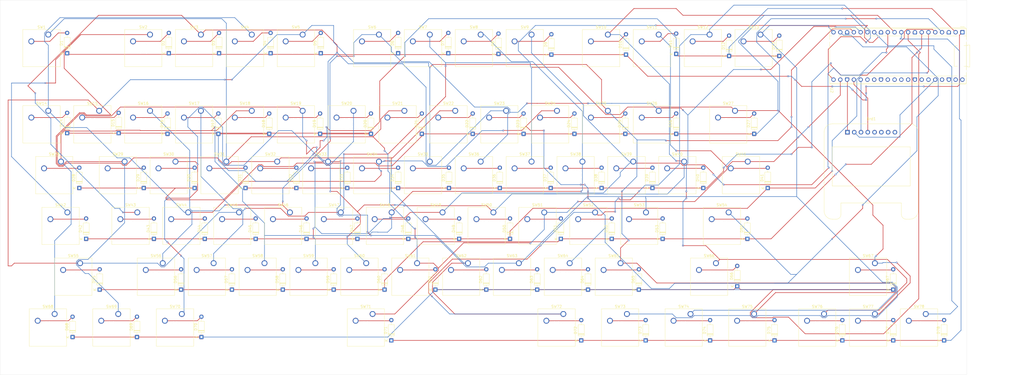
<source format=kicad_pcb>
(kicad_pcb (version 20241229) (generator "pcbnew") (generator_version "9.0")
  (layers (0 "F.Cu" signal) (2 "B.Cu" signal) (13 "F.Paste" user) (15 "B.Paste" user) (5 "F.SilkS" user "F.Silkscreen") (7 "B.SilkS" user "B.Silkscreen") (1 "F.Mask" user) (3 "B.Mask" user) (25 "Edge.Cuts" user))
  (net 0 "")
  (net 1 "Net-(Brd1-SDA)")
  (net 2 "Net-(Brd1-VCC)")
  (net 3 "Net-(Brd1-SCL)")
  (net 4 "Net-(D1-A)")
  (net 5 "Net-(D2-A)")
  (net 6 "Net-(D3-A)")
  (net 7 "Net-(D4-A)")
  (net 8 "Net-(D5-A)")
  (net 9 "Net-(D6-A)")
  (net 10 "Net-(D7-A)")
  (net 11 "Net-(D8-A)")
  (net 12 "Net-(D9-A)")
  (net 13 "Net-(D10-A)")
  (net 14 "Net-(D11-A)")
  (net 15 "Net-(D12-A)")
  (net 16 "Net-(D13-A)")
  (net 17 "Net-(D14-A)")
  (net 18 "Net-(D15-A)")
  (net 19 "Net-(D16-A)")
  (net 20 "Net-(D17-A)")
  (net 21 "Net-(D18-A)")
  (net 22 "Net-(D19-A)")
  (net 23 "Net-(D20-A)")
  (net 24 "Net-(D21-A)")
  (net 25 "Net-(D22-A)")
  (net 26 "Net-(D23-A)")
  (net 27 "Net-(D24-A)")
  (net 28 "Net-(D25-A)")
  (net 29 "Net-(D26-A)")
  (net 30 "Net-(D27-A)")
  (net 31 "Net-(D28-A)")
  (net 32 "Net-(D29-A)")
  (net 33 "Net-(D30-A)")
  (net 34 "Net-(D31-A)")
  (net 35 "Net-(D32-A)")
  (net 36 "Net-(D33-A)")
  (net 37 "Net-(D34-A)")
  (net 38 "Net-(D35-A)")
  (net 39 "Net-(D36-A)")
  (net 40 "Net-(D37-A)")
  (net 41 "Net-(D38-A)")
  (net 42 "Net-(D39-A)")
  (net 43 "Net-(D40-A)")
  (net 44 "Net-(D41-A)")
  (net 45 "Net-(D42-A)")
  (net 46 "Net-(D43-A)")
  (net 47 "Net-(D44-A)")
  (net 48 "Net-(D45-A)")
  (net 49 "Net-(D46-A)")
  (net 50 "Net-(D47-A)")
  (net 51 "Net-(D48-A)")
  (net 52 "Net-(D49-A)")
  (net 53 "Net-(D50-A)")
  (net 54 "Net-(D51-A)")
  (net 55 "Net-(D52-A)")
  (net 56 "Net-(D53-A)")
  (net 57 "Net-(D54-A)")
  (net 58 "Net-(D55-A)")
  (net 59 "Net-(D56-A)")
  (net 60 "Net-(D57-A)")
  (net 61 "Net-(D58-A)")
  (net 62 "Net-(D59-A)")
  (net 63 "Net-(D60-A)")
  (net 64 "Net-(D61-A)")
  (net 65 "Net-(D62-A)")
  (net 66 "Net-(D64-A)")
  (net 67 "Net-(D65-A)")
  (net 68 "Net-(D66-A)")
  (net 69 "Net-(D67-A)")
  (net 82 "Net-(D63-A)")
  (net 83 "Net-(D68-A)")
  (net 84 "Net-(D69-A)")
  (net 85 "Net-(D70-A)")
  (net 86 "Net-(D71-A)")
  (net 87 "Net-(D72-A)")
  (net 88 "Net-(D73-A)")
  (net 89 "Net-(D74-A)")
  (net 90 "Net-(D75-A)")
  (net 91 "Net-(D76-A)")
  (net 92 "Net-(D77-A)")
  (net 93 "Net-(D78-A)")
  (net 94 "Net-(Brd1-GND)")
  (net 95 "ROW1")
  (net 96 "ROW2")
  (net 97 "ROW3")
  (net 98 "ROW4")
  (net 99 "ROW5")
  (net 100 "ROW6")
  (net 101 "ROW7")
  (net 102 "ROW8")
  (net 103 "COL1")
  (net 104 "COL2")
  (net 105 "COL3")
  (net 106 "COL4")
  (net 107 "COL5")
  (net 108 "COL6")
  (net 109 "COL7")
  (net 110 "COL8")
  (net 111 "COL9")
  (net 112 "COL10")
  (footprint "Button_Switch_Keyboard:SW_Cherry_MX_1.00u_PCB" (layer "F.Cu") (at 272.85875 41.52)
    (property "Reference" "SW11")
    (property "Value" "SW_Push")
  )
  (footprint "Diode_THT:D_DO-35_SOD27_P7.62mm_Horizontal" (layer "F.Cu") (at 243.84 156.21 90)
    (property "Reference" "D72")
    (property "Value" "1N4148")
  )
  (footprint "Diode_THT:D_DO-35_SOD27_P7.62mm_Horizontal" (layer "F.Cu") (at 140.97 118.11 90)
    (property "Reference" "D46")
    (property "Value" "1N4148")
  )
  (footprint "Diode_THT:D_DO-35_SOD27_P7.62mm_Horizontal" (layer "F.Cu") (at 260.604 49.022 90)
    (property "Reference" "D10")
    (property "Value" "1N4148")
  )
  (footprint "Button_Switch_Keyboard:SW_Cherry_MX_1.00u_PCB" (layer "F.Cu") (at 201.42125 127.245)
    (property "Reference" "SW62")
    (property "Value" "SW_Push")
  )
  (footprint "Button_Switch_Keyboard:SW_Cherry_MX_1.00u_PCB" (layer "F.Cu") (at 87.12125 127.245)
    (property "Reference" "SW56")
    (property "Value" "SW_Push")
  )
  (footprint "Button_Switch_Keyboard:SW_Cherry_MX_1.00u_PCB" (layer "F.Cu") (at 139.50875 70.095)
    (property "Reference" "SW19")
    (property "Value" "SW_Push")
  )
  (footprint "Diode_THT:D_DO-35_SOD27_P7.62mm_Horizontal" (layer "F.Cu") (at 316.23 156.21 90)
    (property "Reference" "D75")
    (property "Value" "1N4148")
  )
  (footprint "Button_Switch_Keyboard:SW_Cherry_MX_1.00u_PCB" (layer "F.Cu") (at 110.93375 89.145)
    (property "Reference" "SW31")
    (property "Value" "SW_Push")
  )
  (footprint "Button_Switch_Keyboard:SW_Cherry_MX_1.00u_PCB" (layer "F.Cu") (at 125.22125 127.245)
    (property "Reference" "SW58")
    (property "Value" "SW_Push")
  )
  (footprint "Diode_THT:D_DO-35_SOD27_P7.62mm_Horizontal" (layer "F.Cu") (at 232.41 99.06 90)
    (property "Reference" "D37")
    (property "Value" "1N4148")
  )
  (footprint "Diode_THT:D_DO-35_SOD27_P7.62mm_Horizontal" (layer "F.Cu") (at 203.2 78.74 90)
    (property "Reference" "D22")
    (property "Value" "1N4148")
  )
  (footprint "Diode_THT:D_DO-35_SOD27_P7.62mm_Horizontal" (layer "F.Cu") (at 270.51 99.06 90)
    (property "Reference" "D39")
    (property "Value" "1N4148")
  )
  (footprint "Diode_THT:D_DO-35_SOD27_P7.62mm_Horizontal" (layer "F.Cu") (at 51.308 78.486 90)
    (property "Reference" "D14")
    (property "Value" "1N4148")
  )
  (footprint "Button_Switch_Keyboard:SW_Cherry_MX_1.00u_PCB" (layer "F.Cu") (at 191.89625 108.195)
    (property "Reference" "SW49")
    (property "Value" "SW_Push")
  )
  (footprint "Diode_THT:D_DO-35_SOD27_P7.62mm_Horizontal" (layer "F.Cu") (at 265.43 137.16 90)
    (property "Reference" "D65")
    (property "Value" "1N4148")
  )
  (footprint "Button_Switch_Keyboard:SW_Cherry_MX_1.00u_PCB" (layer "F.Cu") (at 237.14 146.295)
    (property "Reference" "SW72")
    (property "Value" "SW_Push")
  )
  (footprint "Diode_THT:D_DO-35_SOD27_P7.62mm_Horizontal" (layer "F.Cu") (at 93.98 137.16 90)
    (property "Reference" "D56")
    (property "Value" "1N4148")
  )
  (footprint "Button_Switch_Keyboard:SW_Cherry_MX_1.00u_PCB" (layer "F.Cu") (at 244.28375 89.145)
    (property "Reference" "SW38")
    (property "Value" "SW_Push")
  )
  (footprint "Button_Switch_Keyboard:SW_Cherry_MX_1.00u_PCB" (layer "F.Cu") (at 101.40875 70.095)
    (property "Reference" "SW17")
    (property "Value" "SW_Push")
  )
  (footprint "Button_Switch_Keyboard:SW_Cherry_MX_1.00u_PCB" (layer "F.Cu") (at 353.82125 127.245)
    (property "Reference" "SW67")
    (property "Value" "SW_Push")
  )
  (footprint "Diode_THT:D_DO-35_SOD27_P7.62mm_Horizontal" (layer "F.Cu") (at 165.1 78.74 90)
    (property "Reference" "D20")
    (property "Value" "1N4148")
  )
  (footprint "Button_Switch_Keyboard:SW_Cherry_MX_1.00u_PCB" (layer "F.Cu") (at 220.47125 127.245)
    (property "Reference" "SW63")
    (property "Value" "SW_Push")
  )
  (footprint "Diode_THT:D_DO-35_SOD27_P7.62mm_Horizontal" (layer "F.Cu") (at 232.664 49.022 90)
    (property "Reference" "D9")
    (property "Value" "1N4148")
  )
  (footprint "Diode_THT:D_DO-35_SOD27_P7.62mm_Horizontal" (layer "F.Cu") (at 151.13 137.16 90)
    (property "Reference" "D59")
    (property "Value" "1N4148")
  )
  (footprint "Button_Switch_Keyboard:SW_Cherry_MX_1.00u_PCB" (layer "F.Cu") (at 258.57125 127.245)
    (property "Reference" "SW65")
    (property "Value" "SW_Push")
  )
  (footprint "Button_Switch_Keyboard:SW_Cherry_MX_1.00u_PCB" (layer "F.Cu") (at 210.94625 108.195)
    (property "Reference" "SW50")
    (property "Value" "SW_Push")
  )
  (footprint "Button_Switch_Keyboard:SW_Cherry_MX_1.00u_PCB" (layer "F.Cu") (at 72.83375 89.145)
    (property "Reference" "SW29")
    (property "Value" "SW_Push")
  )
  (footprint "Diode_THT:D_DO-35_SOD27_P7.62mm_Horizontal" (layer "F.Cu") (at 175.26 48.514 90)
    (property "Reference" "D6")
    (property "Value" "1N4148")
  )
  (footprint "Button_Switch_Keyboard:SW_Cherry_MX_1.00u_PCB" (layer "F.Cu") (at 308.5775 146.295)
    (property "Reference" "SW75")
    (property "Value" "SW_Push")
  )
  (footprint "Diode_THT:D_DO-35_SOD27_P7.62mm_Horizontal" (layer "F.Cu") (at 251.46 99.06 90)
    (property "Reference" "D38")
    (property "Value" "1N4148")
  )
  (footprint "Diode_THT:D_DO-35_SOD27_P7.62mm_Horizontal" (layer "F.Cu") (at 127.508 48.514 90)
    (property "Reference" "D4")
    (property "Value" "1N4148")
  )
  (footprint "Diode_THT:D_DO-35_SOD27_P7.62mm_Horizontal" (layer "F.Cu") (at 260.35 78.74 90)
    (property "Reference" "D25")
    (property "Value" "1N4148")
  )
  (footprint "Diode_THT:D_DO-35_SOD27_P7.62mm_Horizontal" (layer "F.Cu") (at 108.204 48.514 90)
    (property "Reference" "D3")
    (property "Value" "1N4148")
  )
  (footprint "Diode_THT:D_DO-35_SOD27_P7.62mm_Horizontal" (layer "F.Cu") (at 184.15 78.74 90)
    (property "Reference" "D21")
    (property "Value" "1N4148")
  )
  (footprint "Diode_THT:D_DO-35_SOD27_P7.62mm_Horizontal" (layer "F.Cu") (at 172.72 156.21 90)
    (property "Reference" "D71")
    (property "Value" "1N4148")
  )
  (footprint "Button_Switch_Keyboard:SW_Cherry_MX_1.00u_PCB" (layer "F.Cu") (at 234.75875 70.095)
    (property "Reference" "SW24")
    (property "Value" "SW_Push")
  )
  (footprint "Button_Switch_Keyboard:SW_Cherry_MX_1.00u_PCB" (layer "F.Cu") (at 306.19625 89.145)
    (property "Reference" "SW41")
    (property "Value" "SW_Push")
  )
  (footprint "Diode_THT:D_DO-35_SOD27_P7.62mm_Horizontal" (layer "F.Cu") (at 170.18 137.16 90)
    (property "Reference" "D60")
    (property "Value" "1N4148")
  )
  (footprint "Button_Switch_Keyboard:SW_Cherry_MX_1.00u_PCB" (layer "F.Cu") (at 253.80875 70.095)
    (property "Reference" "SW25")
    (property "Value" "SW_Push")
  )
  (footprint "Diode_THT:D_DO-35_SOD27_P7.62mm_Horizontal" (layer "F.Cu") (at 102.87 118.11 90)
    (property "Reference" "D44")
    (property "Value" "1N4148")
  )
  (footprint "Diode_THT:D_DO-35_SOD27_P7.62mm_Horizontal" (layer "F.Cu") (at 274.32 118.11 90)
    (property "Reference" "D53")
    (property "Value" "1N4148")
  )
  (footprint "Diode_THT:D_DO-35_SOD27_P7.62mm_Horizontal" (layer "F.Cu") (at 227.33 137.16 90)
    (property "Reference" "D63")
    (property "Value" "1N4148")
  )
  (footprint "Button_Switch_Keyboard:SW_Cherry_MX_1.00u_PCB" (layer "F.Cu") (at 372.87125 146.295)
    (property "Reference" "SW78")
    (property "Value" "SW_Push")
  )
  (footprint "Button_Switch_Keyboard:SW_Cherry_MX_1.00u_PCB" (layer "F.Cu") (at 206.18375 89.145)
    (property "Reference" "SW36")
    (property "Value" "SW_Push")
  )
  (footprint "Button_Switch_Keyboard:SW_Cherry_MX_1.00u_PCB" (layer "F.Cu") (at 82.35875 70.095)
    (property "Reference" "SW16")
    (property "Value" "SW_Push")
  )
  (footprint "Diode_THT:D_DO-35_SOD27_P7.62mm_Horizontal" (layer "F.Cu") (at 58.42 118.11 90)
    (property "Reference" "D42")
    (property "Value" "1N4148")
  )
  (footprint "Button_Switch_Keyboard:SW_Cherry_MX_1.00u_PCB" (layer "F.Cu") (at 153.79625 108.195)
    (property "Reference" "SW47")
    (property "Value" "SW_Push")
  )
  (footprint "Diode_THT:D_DO-35_SOD27_P7.62mm_Horizontal" (layer "F.Cu") (at 88.9 78.74 90)
    (property "Reference" "D16")
    (property "Value" "1N4148")
  )
  (footprint "Button_Switch_Keyboard:SW_Cherry_MX_1.00u_PCB" (layer "F.Cu") (at 134.74625 108.195)
    (property "Reference" "SW46")
    (property "Value" "SW_Push")
  )
  (footprint "Diode_THT:D_DO-35_SOD27_P7.62mm_Horizontal" (layer "F.Cu") (at 80.01 99.06 90)
    (property "Reference" "D29")
    (property "Value" "1N4148")
  )
  (footprint "Button_Switch_Keyboard:SW_Cherry_MX_1.00u_PCB" (layer "F.Cu") (at 168.08375 89.145)
    (property "Reference" "SW34")
    (property "Value" "SW_Push")
  )
  (footprint "Diode_THT:D_DO-35_SOD27_P7.62mm_Horizontal" (layer "F.Cu") (at 217.17 118.11 90)
    (property "Reference" "D50")
    (property "Value" "1N4148")
  )
  (footprint "Button_Switch_Keyboard:SW_Cherry_MX_1.00u_PCB" (layer "F.Cu") (at 272.85875 70.095)
    (property "Reference" "SW26")
    (property "Value" "SW_Push")
  )
  (footprint "Diode_THT:D_DO-35_SOD27_P7.62mm_Horizontal" (layer "F.Cu") (at 83.82 118.11 90)
    (property "Reference" "D43")
    (property "Value" "1N4148")
  )
  (footprint "Button_Switch_Keyboard:SW_Cherry_MX_1.00u_PCB" (layer "F.Cu") (at 206.18375 41.52)
    (property "Reference" "SW8")
    (property "Value" "SW_Push")
  )
  (footprint "Button_Switch_Keyboard:SW_Cherry_MX_1.00u_PCB" (layer "F.Cu") (at 56.165 127.245)
    (property "Reference" "SW55")
    (property "Value" "SW_Push")
  )
  (footprint "Diode_THT:D_DO-35_SOD27_P7.62mm_Horizontal" (layer "F.Cu") (at 179.07 118.11 90)
    (property "Reference" "D48")
    (property "Value" "1N4148")
  )
  (footprint "Diode_THT:D_DO-35_SOD27_P7.62mm_Horizontal" (layer "F.Cu") (at 146.05 78.74 90)
    (property "Reference" "D19")
    (property "Value" "1N4148")
  )
  (footprint "Button_Switch_Keyboard:SW_Cherry_MX_1.00u_PCB" (layer "F.Cu") (at 334.77125 146.295)
    (property "Reference" "SW76")
    (property "Value" "SW_Push")
  )
  (footprint "Button_Switch_Keyboard:SW_Cherry_MX_1.00u_PCB" (layer "F.Cu") (at 82.35875 41.52)
    (property "Reference" "SW2")
    (property "Value" "SW_Push")
  )
  (footprint "Diode_THT:D_DO-35_SOD27_P7.62mm_Horizontal" (layer "F.Cu") (at 107.95 78.74 90)
    (property "Reference" "D17")
    (property "Value" "1N4148")
  )
  (footprint "Button_Switch_Keyboard:SW_Cherry_MX_1.00u_PCB" (layer "F.Cu") (at 182.37125 127.245)
    (property "Reference" "SW61")
    (property "Value" "SW_Push")
  )
  (footprint "Diode_THT:D_DO-35_SOD27_P7.62mm_Horizontal" (layer "F.Cu") (at 160.02 118.11 90)
    (property "Reference" "D47")
    (property "Value" "1N4148")
  )
  (footprint "Diode_THT:D_DO-35_SOD27_P7.62mm_Horizontal" (layer "F.Cu") (at 156.21 99.06 90)
    (property "Reference" "D33")
    (property "Value" "1N4148")
  )
  (footprint "Diode_THT:D_DO-35_SOD27_P7.62mm_Horizontal" (layer "F.Cu") (at 118.11 99.06 90)
    (property "Reference" "D31")
    (property "Value" "1N4148")
  )
  (footprint "Button_Switch_Keyboard:SW_Cherry_MX_1.00u_PCB" (layer "F.Cu") (at 225.23375 89.145)
    (property "Reference" "SW37")
    (property "Value" "SW_Push")
  )
  (footprint "Module:RaspberryPi_Pico_Common_THT" (layer "F.Cu") (at 386.588 40.64 -90)
    (property "Reference" "U2")
    (property "Value" "Pico")
  )
  (footprint "Diode_THT:D_DO-35_SOD27_P7.62mm_Horizontal" (layer "F.Cu") (at 55.88 99.06 90)
    (property "Reference" "D28")
    (property "Value" "1N4148")
  )
  (footprint "Diode_THT:D_DO-35_SOD27_P7.62mm_Horizontal" (layer "F.Cu") (at 208.28 137.16 90)
    (property "Reference" "D62")
    (property "Value" "1N4148")
  )
  (footprint "Button_Switch_Keyboard:SW_Cherry_MX_1.00u_PCB" (layer "F.Cu") (at 106.17125 127.245)
    (property "Reference" "SW57")
    (property "Value" "SW_Push")
  )
  (footprint "Button_Switch_Keyboard:SW_Cherry_MX_1.00u_PCB" (layer "F.Cu") (at 115.69625 108.195)
    (property "Reference" "SW45")
    (property "Value" "SW_Push")
  )
  (footprint "Button_Switch_Keyboard:SW_Cherry_MX_1.00u_PCB" (layer "F.Cu") (at 260.9525 146.295)
    (property "Reference" "SW73")
    (property "Value" "SW_Push")
  )
  (footprint "Button_Switch_Keyboard:SW_Cherry_MX_1.00u_PCB" (layer "F.Cu") (at 144.27125 127.245)
    (property "Reference" "SW59")
    (property "Value" "SW_Push")
  )
  (footprint "Button_Switch_Keyboard:SW_Cherry_MX_1.00u_PCB" (layer "F.Cu") (at 129.98375 89.145)
    (property "Reference" "SW32")
    (property "Value" "SW_Push")
  )
  (footprint "Button_Switch_Keyboard:SW_Cherry_MX_1.00u_PCB" (layer "F.Cu") (at 49.02125 89.145)
    (property "Reference" "SW28")
    (property "Value" "SW_Push")
  )
  (footprint "Diode_THT:D_DO-35_SOD27_P7.62mm_Horizontal" (layer "F.Cu") (at 306.07 118.11 90)
    (property "Reference" "D54")
    (property "Value" "1N4148")
  )
  (footprint "Diode_THT:D_DO-35_SOD27_P7.62mm_Horizontal" (layer "F.Cu") (at 132.08 137.16 90)
    (property "Reference" "D58")
    (property "Value" "1N4148")
  )
  (footprint "Diode_THT:D_DO-35_SOD27_P7.62mm_Horizontal" (layer "F.Cu") (at 302.26 135.89 90)
    (property "Reference" "D66")
    (property "Value" "1N4148")
  )
  (footprint "Button_Switch_Keyboard:SW_Cherry_MX_1.00u_PCB" (layer "F.Cu") (at 149.03375 89.145)
    (property "Reference" "SW33")
    (property "Value" "SW_Push")
  )
  (footprint "Button_Switch_Keyboard:SW_Cherry_MX_1.00u_PCB" (layer "F.Cu") (at 215.70875 70.095)
    (property "Reference" "SW23")
    (property "Value" "SW_Push")
  )
  (footprint "Diode_THT:D_DO-35_SOD27_P7.62mm_Horizontal" (layer "F.Cu") (at 89.408 48.514 90)
    (property "Reference" "D2")
    (property "Value" "1N4148")
  )
  (footprint "Diode_THT:D_DO-35_SOD27_P7.62mm_Horizontal" (layer "F.Cu") (at 101.6 154.94 90)
    (property "Reference" "D70")
    (property "Value" "1N4148")
  )
  (footprint "Button_Switch_Keyboard:SW_Cherry_MX_1.00u_PCB" (layer "F.Cu") (at 165.7025 146.295)
    (property "Reference" "SW71")
    (property "Value" "SW_Push")
  )
  (footprint "Button_Switch_Keyboard:SW_Cherry_MX_1.00u_PCB" (layer "F.Cu") (at 158.55875 70.095)
    (property "Reference" "SW20")
    (property "Value" "SW_Push")
  )
  (footprint "Button_Switch_Keyboard:SW_Cherry_MX_1.00u_PCB" (layer "F.Cu") (at 46.64 146.295)
    (property "Reference" "SW68")
    (property "Value" "SW_Push")
  )
  (footprint "Diode_THT:D_DO-35_SOD27_P7.62mm_Horizontal" (layer "F.Cu") (at 189.23 137.16 90)
    (property "Reference" "D61")
    (property "Value" "1N4148")
  )
  (footprint "Button_Switch_Keyboard:SW_Cherry_MX_1.00u_PCB" (layer "F.Cu") (at 291.90875 41.52)
    (property "Reference" "SW12")
    (property "Value" "SW_Push")
  )
  (footprint "Button_Switch_Keyboard:SW_Cherry_MX_1.00u_PCB" (layer "F.Cu") (at 139.50875 41.52)
    (property "Reference" "SW5")
    (property "Value" "SW_Push")
  )
  (footprint "Diode_THT:D_DO-35_SOD27_P7.62mm_Horizontal" (layer "F.Cu") (at 77.47 154.94 90)
    (property "Reference" "D69")
    (property "Value" "1N4148")
  )
  (footprint "Diode_THT:D_DO-35_SOD27_P7.62mm_Horizontal" (layer "F.Cu") (at 236.22 118.11 90)
    (property "Reference" "D51")
    (property "Value" "1N4148")
  )
  (footprint "Button_Switch_Keyboard:SW_Cherry_MX_1.00u_PCB" (layer "F.Cu") (at 63.30875 70.095)
    (property "Reference" "SW15")
    (property "Value" "SW_Push")
  )
  (footprint "Display:Adafruit_SSD1306" (layer "F.Cu") (at 343.535 78.13375)
    (property "Reference" "Brd1")
    (property "Value" "SSD1306")
  )
  (footprint "Diode_THT:D_DO-35_SOD27_P7.62mm_Horizontal" (layer "F.Cu") (at 121.92 118.11 90)
    (property "Reference" "D45")
    (property "Value" "1N4148")
  )
  (footprint "Diode_THT:D_DO-35_SOD27_P7.62mm_Horizontal" (layer "F.Cu") (at 241.3 78.74 90)
    (property "Reference" "D24")
    (property "Value" "1N4148")
  )
  (footprint "Button_Switch_Keyboard:SW_Cherry_MX_1.00u_PCB" (layer "F.Cu") (at 301.43375 70.095)
    (property "Reference" "SW27")
    (property "Value" "SW_Push")
  )
  (footprint "Diode_THT:D_DO-35_SOD27_P7.62mm_Horizontal" (layer "F.Cu") (at 360.68 137.16 90)
    (property "Reference" "D67")
    (property "Value" "1N4148")
  )
  (footprint "Diode_THT:D_DO-35_SOD27_P7.62mm_Horizontal" (layer "F.Cu") (at 194.31 99.06 90)
    (property "Reference" "D35")
    (property "Value" "1N4148")
  )
  (footprint "Button_Switch_Keyboard:SW_Cherry_MX_1.00u_PCB" (layer "F.Cu") (at 187.13375 41.52)
    (property "Reference" "SW7")
    (property "Value" "SW_Push")
  )
  (footprint "Button_Switch_Keyboard:SW_Cherry_MX_1.00u_PCB" (layer "F.Cu") (at 196.65875 70.095)
    (property "Reference" "SW22")
    (property "Value" "SW_Push")
  )
  (footprint "Diode_THT:D_DO-35_SOD27_P7.62mm_Horizontal" (layer "F.Cu") (at 267.97 156.21 90)
    (property "Reference" "D73")
    (property "Value" "1N4148")
  )
  (footprint "Button_Switch_Keyboard:SW_Cherry_MX_1.00u_PCB" (layer "F.Cu") (at 177.60875 70.095)
    (property "Reference" "SW21")
    (property "Value" "SW_Push")
  )
  (footprint "Button_Switch_Keyboard:SW_Cherry_MX_1.00u_PCB" (layer "F.Cu") (at 239.52125 127.245)
    (property "Reference" "SW64")
    (property "Value" "SW_Push")
  )
  (footprint "Button_Switch_Keyboard:SW_Cherry_MX_1.00u_PCB" (layer "F.Cu") (at 77.59625 108.195)
    (property "Reference" "SW43")
    (property "Value" "SW_Push")
  )
  (footprint "Button_Switch_Keyboard:SW_Cherry_MX_1.00u_PCB" (layer "F.Cu") (at 94.265 146.295)
    (property "Reference" "SW70")
    (property "Value" "SW_Push")
  )
  (footprint "Button_Switch_Keyboard:SW_Cherry_MX_1.00u_PCB" (layer "F.Cu") (at 101.40875 41.52)
    (property "Reference" "SW3")
    (property "Value" "SW_Push")
  )
  (footprint "Button_Switch_Keyboard:SW_Cherry_MX_1.00u_PCB" (layer "F.Cu") (at 294.29 127.245)
    (property "Reference" "SW66")
    (property "Value" "SW_Push")
  )
  (footprint "Button_Switch_Keyboard:SW_Cherry_MX_1.00u_PCB" (layer "F.Cu") (at 225.23375 41.52)
    (property "Reference" "SW9")
    (property "Value" "SW_Push")
  )
  (footprint "Button_Switch_Keyboard:SW_Cherry_MX_1.00u_PCB" (layer "F.Cu") (at 120.45875 41.52)
    (property "Reference" "SW4")
    (property "Value" "SW_Push")
  )
  (footprint "Diode_THT:D_DO-35_SOD27_P7.62mm_Horizontal" (layer "F.Cu") (at 279.4 48.768 90)
    (property "Reference" "D11")
    (property "Value" "1N4148")
  )
  (footprint "Button_Switch_Keyboard:SW_Cherry_MX_1.00u_PCB" (layer "F.Cu") (at 168.08375 41.52)
    (property "Reference" "SW6")
    (property "Value" "SW_Push")
  )
  (footprint "Diode_THT:D_DO-35_SOD27_P7.62mm_Horizontal" (layer "F.Cu") (at 318.008 49.53 90)
    (property "Reference" "D13")
    (property "Value" "1N4148")
  )
  (footprint "Button_Switch_Keyboard:SW_Cherry_MX_1.00u_PCB" (layer "F.Cu") (at 172.84625 108.195)
    (property "Reference" "SW48")
    (property "Value" "SW_Push")
  )
  (footprint "Diode_THT:D_DO-35_SOD27_P7.62mm_Horizontal" (layer "F.Cu") (at 51.308 48.514 90)
    (property "Reference" "D1")
    (property "Value" "1N4148")
  )
  (footprint "Button_Switch_Keyboard:SW_Cherry_MX_1.00u_PCB" (layer "F.Cu") (at 187.13375 89.145)
    (property "Reference" "SW35")
    (property "Value" "SW_Push")
  )
  (footprint "Diode_THT:D_DO-35_SOD27_P7.62mm_Horizontal" (layer "F.Cu") (at 137.16 99.06 90)
    (property "Reference" "D32")
    (property "Value" "1N4148")
  )
  (footprint "Diode_THT:D_DO-35_SOD27_P7.62mm_Horizontal" (layer "F.Cu") (at 146.304 48.514 90)
    (property "Reference" "D5")
    (property "Value" "1N4148")
  )
  (footprint "Diode_THT:D_DO-35_SOD27_P7.62mm_Horizontal" (layer "F.Cu") (at 289.56 99.06 90)
    (property "Reference" "D40")
    (property "Value" "1N4148")
  )
  (footprint "Button_Switch_Keyboard:SW_Cherry_MX_1.00u_PCB" (layer "F.Cu") (at 310.95875 41.52)
    (property "Reference" "SW13")
    (property "Value" "SW_Push")
  )
  (footprint "Button_Switch_Keyboard:SW_Cherry_MX_1.00u_PCB" (layer "F.Cu") (at 353.82125 146.295)
    (property "Reference" "SW77")
    (property "Value" "SW_Push")
  )
  (footprint "Diode_THT:D_DO-35_SOD27_P7.62mm_Horizontal" (layer "F.Cu") (at 113.03 137.16 90)
    (property "Reference" "D57")
    (property "Value" "1N4148")
  )
  (footprint "Button_Switch_Keyboard:SW_Cherry_MX_1.00u_PCB" (layer "F.Cu") (at 284.765 146.295)
    (property "Reference" "SW74")
    (property "Value" "SW_Push")
  )
  (footprint "Button_Switch_Keyboard:SW_Cherry_MX_1.00u_PCB" (layer "F.Cu") (at 96.64625 108.195)
    (property "Reference" "SW44")
    (property "Value" "SW_Push")
  )
  (footprint "Diode_THT:D_DO-35_SOD27_P7.62mm_Horizontal" (layer "F.Cu") (at 308.61 78.74 90)
    (property "Reference" "D27")
    (property "Value" "1N4148")
  )
  (footprint "Button_Switch_Keyboard:SW_Cherry_MX_1.00u_PCB" (layer "F.Cu") (at 120.45875 70.095)
    (property "Reference" "SW18")
    (property "Value" "SW_Push")
  )
  (footprint "Button_Switch_Keyboard:SW_Cherry_MX_1.00u_PCB" (layer "F.Cu") (at 70.4525 146.295)
    (property "Reference" "SW69")
    (property "Value" "SW_Push")
  )
  (footprint "Diode_THT:D_DO-35_SOD27_P7.62mm_Horizontal" (layer "F.Cu") (at 255.27 118.11 90)
    (property "Reference" "D52")
    (property "Value" "1N4148")
  )
  (footprint "Button_Switch_Keyboard:SW_Cherry_MX_1.00u_PCB" (layer "F.Cu") (at 163.32125 127.245)
    (property "Reference" "SW60")
    (property "Value" "SW_Push")
  )
  (footprint "Button_Switch_Keyboard:SW_Cherry_MX_1.00u_PCB" (layer "F.Cu") (at 229.99625 108.195)
    (property "Reference" "SW51")
    (property "Value" "SW_Push")
  )
  (footprint "Button_Switch_Keyboard:SW_Cherry_MX_1.00u_PCB" (layer "F.Cu") (at 91.88375 89.145)
    (property "Reference" "SW30")
    (property "Value" "SW_Push")
  )
  (footprint "Button_Switch_Keyboard:SW_Cherry_MX_1.00u_PCB" (layer "F.Cu") (at 299.0525 108.195)
    (property "Reference" "SW54")
    (property "Value" "SW_Push")
  )
  (footprint "Diode_THT:D_DO-35_SOD27_P7.62mm_Horizontal" (layer "F.Cu") (at 99.06 99.06 90)
    (property "Reference" "D30")
    (property "Value" "1N4148")
  )
  (footprint "Diode_THT:D_DO-35_SOD27_P7.62mm_Horizontal" (layer "F.Cu") (at 198.12 118.11 90)
    (property "Reference" "D49")
    (property "Value" "1N4148")
  )
  (footprint "Diode_THT:D_DO-35_SOD27_P7.62mm_Horizontal" (layer "F.Cu") (at 127 78.74 90)
    (property "Reference" "D18")
    (property "Value" "1N4148")
  )
  (footprint "Diode_THT:D_DO-35_SOD27_P7.62mm_Horizontal" (layer "F.Cu") (at 194.056 48.514 90)
    (property "Reference" "D7")
    (property "Value" "1N4148")
  )
  (footprint "Button_Switch_Keyboard:SW_Cherry_MX_1.00u_PCB" (layer "F.Cu") (at 44.25875 70.095)
    (property "Reference" "SW14")
    (property "Value" "SW_Push")
  )
  (footprint "Diode_THT:D_DO-35_SOD27_P7.62mm_Horizontal" (layer "F.Cu") (at 379.73 156.21 90)
    (property "Reference" "D78")
    (property "Value" "1N4148")
  )
  (footprint "Button_Switch_Keyboard:SW_Cherry_MX_1.00u_PCB" (layer "F.Cu") (at 253.80875 41.52)
    (property "Reference" "SW10")
    (property "Value" "SW_Push")
  )
  (footprint "Button_Switch_Keyboard:SW_Cherry_MX_1.00u_PCB" (layer "F.Cu") (at 282.38375 89.145)
    (property "Reference" "SW40")
    (property "Value" "SW_Push")
  )
  (footprint "Diode_THT:D_DO-35_SOD27_P7.62mm_Horizontal" (layer "F.Cu") (at 279.4 78.74 90)
    (property "Reference" "D26")
    (property "Value" "1N4148")
  )
  (footprint "Diode_THT:D_DO-35_SOD27_P7.62mm_Horizontal" (layer "F.Cu") (at 292.1 156.21 90)
    (property "Reference" "D74")
    (property "Value" "1N4148")
  )
  (footprint "Diode_THT:D_DO-35_SOD27_P7.62mm_Horizontal" (layer "F.Cu") (at 341.63 156.21 90)
    (property "Reference" "D76")
    (property "Value" "1N4148")
  )
  (footprint "Diode_THT:D_DO-35_SOD27_P7.62mm_Horizontal" (layer "F.Cu") (at 246.38 137.16 90)
    (property "Reference" "D64")
    (property "Value" "1N4148")
  )
  (footprint "Diode_THT:D_DO-35_SOD27_P7.62mm_Horizontal" (layer "F.Cu") (at 213.36 99.06 90)
    (property "Reference" "D36")
    (property "Value" "1N4148")
  )
  (footprint "Diode_THT:D_DO-35_SOD27_P7.62mm_Horizontal" (layer "F.Cu") (at 63.5 137.16 90)
    (property "Reference" "D55")
    (property "Value" "1N4148")
  )
  (footprint "Diode_THT:D_DO-35_SOD27_P7.62mm_Horizontal" (layer "F.Cu") (at 53.34 154.94 90)
    (property "Reference" "D68")
    (property "Value" "1N4148")
  )
  (footprint "Button_Switch_Keyboard:SW_Cherry_MX_1.00u_PCB" (layer "F.Cu") (at 51.4025 108.195)
    (property "Reference" "SW42")
    (property "Value" "SW_Push")
  )
  (footprint "Diode_THT:D_DO-35_SOD27_P7.62mm_Horizontal" (layer "F.Cu") (at 175.26 99.06 90)
    (property "Reference" "D34")
    (property "Value" "1N4148")
  )
  (footprint "Diode_THT:D_DO-35_SOD27_P7.62mm_Horizontal" (layer "F.Cu") (at 70.612 78.486 90)
    (property "Reference" "D15")
    (property "Value" "1N4148")
  )
  (footprint "Diode_THT:D_DO-35_SOD27_P7.62mm_Horizontal" (layer "F.Cu") (at 212.852 48.768 90)
    (property "Reference" "D8")
    (property "Value" "1N4148")
  )
  (footprint "Diode_THT:D_DO-35_SOD27_P7.62mm_Horizontal" (layer "F.Cu") (at 299.212 49.53 90)
    (property "Reference" "D12")
    (property "Value" "1N4148")
  )
  (footprint "Button_Switch_Keyboard:SW_Cherry_MX_1.00u_PCB" (layer "F.Cu") (at 268.09625 108.195)
    (property "Reference" "SW53")
    (property "Value" "SW_Push")
  )
  (footprint "Button_Switch_Keyboard:SW_Cherry_MX_1.00u_PCB" (layer "F.Cu") (at 249.04625 108.195)
    (property "Reference" "SW52")
    (property "Value" "SW_Push")
  )
  (footprint "Button_Switch_Keyboard:SW_Cherry_MX_1.00u_PCB" (layer "F.Cu") (at 263.33375 89.145)
    (property "Reference" "SW39")
    (property "Value" "SW_Push")
  )
  (footprint "Diode_THT:D_DO-35_SOD27_P7.62mm_Horizontal" (layer "F.Cu") (at 222.25 78.74 90)
    (property "Reference" "D23")
    (property "Value" "1N4148")
  )
  (footprint "Diode_THT:D_DO-35_SOD27_P7.62mm_Horizontal" (layer "F.Cu") (at 313.69 99.06 90)
    (property "Reference" "D41")
    (property "Value" "1N4148")
  )
  (footprint "Button_Switch_Keyboard:SW_Cherry_MX_1.00u_PCB" (layer "F.Cu") (at 44.25875 41.52)
    (property "Reference" "SW1")
    (property "Value" "SW_Push")
  )
  (footprint "Diode_THT:D_DO-35_SOD27_P7.62mm_Horizontal" (layer "F.Cu") (at 360.68 156.21 90)
    (property "Reference" "D77")
    (property "Value" "1N4148")
  )
  (gr_rect (start 26.19375 28.575) (end 388.14375 169.06875) (stroke (width 0.05)) (fill no) (layer "Edge.Cuts"))
  (segment (start 351.155 78.13375) (end 351.155 65.405) (width 0.2) (layer "F.Cu") (net 1))
  (segment (start 345.948 60.198) (end 345.948 58.42) (width 0.2) (layer "F.Cu") (net 1))
  (segment (start 351.155 65.405) (end 345.948 60.198) (width 0.2) (layer "F.Cu") (net 1))
  (segment (start 346.075 78.13375) (end 347.95125 80.01) (width 0.2) (layer "B.Cu") (net 2))
  (segment (start 363.22 71.628) (end 376.428 58.42) (width 0.2) (layer "B.Cu") (net 2))
  (segment (start 363.22 80.01) (end 363.22 71.628) (width 0.2) (layer "B.Cu") (net 2))
  (segment (start 347.95125 80.01) (end 363.22 80.01) (width 0.2) (layer "B.Cu") (net 2))
  (segment (start 348.615 58.547) (end 348.488 58.42) (width 0.2) (layer "B.Cu") (net 3))
  (segment (start 348.615 78.13375) (end 348.615 58.547) (width 0.2) (layer "B.Cu") (net 3))
  (segment (start 48.006 40.894) (end 51.308 40.894) (width 0.2) (layer "F.Cu") (net 4))
  (segment (start 44.84 44.06) (end 48.006 40.894) (width 0.2) (layer "F.Cu") (net 4))
  (segment (start 37.90875 44.06) (end 44.84 44.06) (width 0.2) (layer "F.Cu") (net 4))
  (segment (start 76.00875 44.06) (end 86.242 44.06) (width 0.2) (layer "F.Cu") (net 5))
  (segment (start 86.242 44.06) (end 89.408 40.894) (width 0.2) (layer "F.Cu") (net 5))
  (segment (start 105.038 44.06) (end 108.204 40.894) (width 0.2) (layer "F.Cu") (net 6))
  (segment (start 95.05875 44.06) (end 105.038 44.06) (width 0.2) (layer "F.Cu") (net 6))
  (segment (start 124.206 40.894) (end 127.508 40.894) (width 0.2) (layer "F.Cu") (net 7))
  (segment (start 121.04 44.06) (end 124.206 40.894) (width 0.2) (layer "F.Cu") (net 7))
  (segment (start 114.10875 44.06) (end 121.04 44.06) (width 0.2) (layer "F.Cu") (net 7))
  (segment (start 133.15875 44.06) (end 143.138 44.06) (width 0.2) (layer "F.Cu") (net 8))
  (segment (start 143.138 44.06) (end 146.304 40.894) (width 0.2) (layer "F.Cu") (net 8))
  (segment (start 172.094 44.06) (end 175.26 40.894) (width 0.2) (layer "F.Cu") (net 9))
  (segment (start 161.73375 44.06) (end 172.094 44.06) (width 0.2) (layer "F.Cu") (net 9))
  (segment (start 190.89 44.06) (end 194.056 40.894) (width 0.2) (layer "F.Cu") (net 10))
  (segment (start 180.78375 44.06) (end 190.89 44.06) (width 0.2) (layer "F.Cu") (net 10))
  (segment (start 199.83375 44.06) (end 209.94 44.06) (width 0.2) (layer "F.Cu") (net 11))
  (segment (start 209.94 44.06) (end 212.852 41.148) (width 0.2) (layer "F.Cu") (net 11))
  (segment (start 230.006 44.06) (end 232.664 41.402) (width 0.2) (layer "F.Cu") (net 12))
  (segment (start 218.88375 44.06) (end 230.006 44.06) (width 0.2) (layer "F.Cu") (net 12))
  (segment (start 257.946 44.06) (end 260.604 41.402) (width 0.2) (layer "F.Cu") (net 13))
  (segment (start 247.45875 44.06) (end 257.946 44.06) (width 0.2) (layer "F.Cu") (net 13))
  (segment (start 273.44 44.06) (end 276.352 41.148) (width 0.2) (layer "F.Cu") (net 14))
  (segment (start 276.352 41.148) (end 279.4 41.148) (width 0.2) (layer "F.Cu") (net 14))
  (segment (start 266.50875 44.06) (end 273.44 44.06) (width 0.2) (layer "F.Cu") (net 14))
  (segment (start 297.062 44.06) (end 299.212 41.91) (width 0.2) (layer "F.Cu") (net 15))
  (segment (start 285.55875 44.06) (end 297.062 44.06) (width 0.2) (layer "F.Cu") (net 15))
  (segment (start 304.60875 44.06) (end 315.858 44.06) (width 0.2) (layer "F.Cu") (net 16))
  (segment (start 315.858 44.06) (end 318.008 41.91) (width 0.2) (layer "F.Cu") (net 16))
  (segment (start 49.539 72.635) (end 51.308 70.866) (width 0.2) (layer "F.Cu") (net 17))
  (segment (start 37.90875 72.635) (end 49.539 72.635) (width 0.2) (layer "F.Cu") (net 17))
  (segment (start 68.843 72.635) (end 70.612 70.866) (width 0.2) (layer "F.Cu") (net 18))
  (segment (start 56.95875 72.635) (end 68.843 72.635) (width 0.2) (layer "F.Cu") (net 18))
  (segment (start 76.00875 72.635) (end 87.385 72.635) (width 0.2) (layer "F.Cu") (net 19))
  (segment (start 87.385 72.635) (end 88.9 71.12) (width 0.2) (layer "F.Cu") (net 19))
  (segment (start 95.05875 72.635) (end 106.435 72.635) (width 0.2) (layer "F.Cu") (net 20))
  (segment (start 106.435 72.635) (end 107.95 71.12) (width 0.2) (layer "F.Cu") (net 20))
  (segment (start 125.485 72.635) (end 127 71.12) (width 0.2) (layer "F.Cu") (net 21))
  (segment (start 114.10875 72.635) (end 125.485 72.635) (width 0.2) (layer "F.Cu") (net 21))
  (segment (start 144.535 72.635) (end 146.05 71.12) (width 0.2) (layer "F.Cu") (net 22))
  (segment (start 133.15875 72.635) (end 144.535 72.635) (width 0.2) (layer "F.Cu") (net 22))
  (segment (start 163.585 72.635) (end 165.1 71.12) (width 0.2) (layer "F.Cu") (net 23))
  (segment (start 152.20875 72.635) (end 163.585 72.635) (width 0.2) (layer "F.Cu") (net 23))
  (segment (start 171.25875 72.635) (end 182.635 72.635) (width 0.2) (layer "F.Cu") (net 24))
  (segment (start 182.635 72.635) (end 184.15 71.12) (width 0.2) (layer "F.Cu") (net 24))
  (segment (start 201.685 72.635) (end 203.2 71.12) (width 0.2) (layer "F.Cu") (net 25))
  (segment (start 190.30875 72.635) (end 201.685 72.635) (width 0.2) (layer "F.Cu") (net 25))
  (segment (start 209.35875 72.635) (end 220.735 72.635) (width 0.2) (layer "F.Cu") (net 26))
  (segment (start 220.735 72.635) (end 222.25 71.12) (width 0.2) (layer "F.Cu") (net 26))
  (segment (start 239.785 72.635) (end 241.3 71.12) (width 0.2) (layer "F.Cu") (net 27))
  (segment (start 228.40875 72.635) (end 239.785 72.635) (width 0.2) (layer "F.Cu") (net 27))
  (segment (start 247.45875 72.635) (end 258.835 72.635) (width 0.2) (layer "F.Cu") (net 28))
  (segment (start 258.835 72.635) (end 260.35 71.12) (width 0.2) (layer "F.Cu") (net 28))
  (segment (start 266.50875 72.635) (end 277.885 72.635) (width 0.2) (layer "F.Cu") (net 29))
  (segment (start 277.885 72.635) (end 279.4 71.12) (width 0.2) (layer "F.Cu") (net 29))
  (segment (start 307.095 72.635) (end 308.61 71.12) (width 0.2) (layer "F.Cu") (net 30))
  (segment (start 295.08375 72.635) (end 307.095 72.635) (width 0.2) (layer "F.Cu") (net 30))
  (segment (start 42.67125 91.685) (end 55.635 91.685) (width 0.2) (layer "F.Cu") (net 31))
  (segment (start 55.635 91.685) (end 55.88 91.44) (width 0.2) (layer "F.Cu") (net 31))
  (segment (start 66.48375 91.685) (end 79.765 91.685) (width 0.2) (layer "F.Cu") (net 32))
  (segment (start 79.765 91.685) (end 80.01 91.44) (width 0.2) (layer "F.Cu") (net 32))
  (segment (start 98.815 91.685) (end 99.06 91.44) (width 0.2) (layer "F.Cu") (net 33))
  (segment (start 85.53375 91.685) (end 98.815 91.685) (width 0.2) (layer "F.Cu") (net 33))
  (segment (start 117.865 91.685) (end 118.11 91.44) (width 0.2) (layer "F.Cu") (net 34))
  (segment (start 104.58375 91.685) (end 117.865 91.685) (width 0.2) (layer "F.Cu") (net 34))
  (segment (start 123.63375 91.685) (end 136.915 91.685) (width 0.2) (layer "F.Cu") (net 35))
  (segment (start 136.915 91.685) (end 137.16 91.44) (width 0.2) (layer "F.Cu") (net 35))
  (segment (start 142.68375 91.685) (end 155.965 91.685) (width 0.2) (layer "F.Cu") (net 36))
  (segment (start 155.965 91.685) (end 156.21 91.44) (width 0.2) (layer "F.Cu") (net 36))
  (segment (start 175.015 91.685) (end 175.26 91.44) (width 0.2) (layer "F.Cu") (net 37))
  (segment (start 161.73375 91.685) (end 175.015 91.685) (width 0.2) (layer "F.Cu") (net 37))
  (segment (start 180.78375 91.685) (end 194.065 91.685) (width 0.2) (layer "F.Cu") (net 38))
  (segment (start 194.065 91.685) (end 194.31 91.44) (width 0.2) (layer "F.Cu") (net 38))
  (segment (start 213.115 91.685) (end 213.36 91.44) (width 0.2) (layer "F.Cu") (net 39))
  (segment (start 199.83375 91.685) (end 213.115 91.685) (width 0.2) (layer "F.Cu") (net 39))
  (segment (start 218.88375 91.685) (end 232.165 91.685) (width 0.2) (layer "F.Cu") (net 40))
  (segment (start 232.165 91.685) (end 232.41 91.44) (width 0.2) (layer "F.Cu") (net 40))
  (segment (start 237.93375 91.685) (end 251.215 91.685) (width 0.2) (layer "F.Cu") (net 41))
  (segment (start 251.215 91.685) (end 251.46 91.44) (width 0.2) (layer "F.Cu") (net 41))
  (segment (start 270.265 91.685) (end 270.51 91.44) (width 0.2) (layer "F.Cu") (net 42))
  (segment (start 256.98375 91.685) (end 270.265 91.685) (width 0.2) (layer "F.Cu") (net 42))
  (segment (start 276.03375 91.685) (end 289.315 91.685) (width 0.2) (layer "F.Cu") (net 43))
  (segment (start 289.315 91.685) (end 289.56 91.44) (width 0.2) (layer "F.Cu") (net 43))
  (segment (start 313.445 91.685) (end 313.69 91.44) (width 0.2) (layer "F.Cu") (net 44))
  (segment (start 299.84625 91.685) (end 313.445 91.685) (width 0.2) (layer "F.Cu") (net 44))
  (segment (start 58.175 110.735) (end 58.42 110.49) (width 0.2) (layer "F.Cu") (net 45))
  (segment (start 45.0525 110.735) (end 58.175 110.735) (width 0.2) (layer "F.Cu") (net 45))
  (segment (start 83.575 110.735) (end 83.82 110.49) (width 0.2) (layer "F.Cu") (net 46))
  (segment (start 71.24625 110.735) (end 83.575 110.735) (width 0.2) (layer "F.Cu") (net 46))
  (segment (start 102.625 110.735) (end 102.87 110.49) (width 0.2) (layer "F.Cu") (net 47))
  (segment (start 90.29625 110.735) (end 102.625 110.735) (width 0.2) (layer "F.Cu") (net 47))
  (segment (start 109.34625 110.735) (end 121.675 110.735) (width 0.2) (layer "F.Cu") (net 48))
  (segment (start 121.675 110.735) (end 121.92 110.49) (width 0.2) (layer "F.Cu") (net 48))
  (segment (start 140.725 110.735) (end 140.97 110.49) (width 0.2) (layer "F.Cu") (net 49))
  (segment (start 128.39625 110.735) (end 140.725 110.735) (width 0.2) (layer "F.Cu") (net 49))
  (segment (start 147.44625 110.735) (end 159.775 110.735) (width 0.2) (layer "F.Cu") (net 50))
  (segment (start 159.775 110.735) (end 160.02 110.49) (width 0.2) (layer "F.Cu") (net 50))
  (segment (start 178.825 110.735) (end 179.07 110.49) (width 0.2) (layer "F.Cu") (net 51))
  (segment (start 166.49625 110.735) (end 178.825 110.735) (width 0.2) (layer "F.Cu") (net 51))
  (segment (start 197.875 110.735) (end 198.12 110.49) (width 0.2) (layer "F.Cu") (net 52))
  (segment (start 185.54625 110.735) (end 197.875 110.735) (width 0.2) (layer "F.Cu") (net 52))
  (segment (start 204.59625 110.735) (end 216.925 110.735) (width 0.2) (layer "F.Cu") (net 53))
  (segment (start 216.925 110.735) (end 217.17 110.49) (width 0.2) (layer "F.Cu") (net 53))
  (segment (start 223.64625 110.735) (end 235.975 110.735) (width 0.2) (layer "F.Cu") (net 54))
  (segment (start 235.975 110.735) (end 236.22 110.49) (width 0.2) (layer "F.Cu") (net 54))
  (segment (start 242.69625 110.735) (end 255.025 110.735) (width 0.2) (layer "F.Cu") (net 55))
  (segment (start 255.025 110.735) (end 255.27 110.49) (width 0.2) (layer "F.Cu") (net 55))
  (segment (start 274.075 110.735) (end 274.32 110.49) (width 0.2) (layer "F.Cu") (net 56))
  (segment (start 261.74625 110.735) (end 274.075 110.735) (width 0.2) (layer "F.Cu") (net 56))
  (segment (start 292.7025 110.735) (end 305.825 110.735) (width 0.2) (layer "F.Cu") (net 57))
  (segment (start 305.825 110.735) (end 306.07 110.49) (width 0.2) (layer "F.Cu") (net 57))
  (segment (start 49.815 129.785) (end 63.255 129.785) (width 0.2) (layer "F.Cu") (net 58))
  (segment (start 63.255 129.785) (end 63.5 129.54) (width 0.2) (layer "F.Cu") (net 58))
  (segment (start 93.735 129.785) (end 93.98 129.54) (width 0.2) (layer "F.Cu") (net 59))
  (segment (start 80.77125 129.785) (end 93.735 129.785) (width 0.2) (layer "F.Cu") (net 59))
  (segment (start 99.82125 129.785) (end 112.785 129.785) (width 0.2) (layer "F.Cu") (net 60))
  (segment (start 112.785 129.785) (end 113.03 129.54) (width 0.2) (layer "F.Cu") (net 60))
  (segment (start 118.87125 129.785) (end 131.835 129.785) (width 0.2) (layer "F.Cu") (net 61))
  (segment (start 131.835 129.785) (end 132.08 129.54) (width 0.2) (layer "F.Cu") (net 61))
  (segment (start 150.885 129.785) (end 151.13 129.54) (width 0.2) (layer "F.Cu") (net 62))
  (segment (start 137.92125 129.785) (end 150.885 129.785) (width 0.2) (layer "F.Cu") (net 62))
  (segment (start 156.97125 129.785) (end 169.935 129.785) (width 0.2) (layer "F.Cu") (net 63))
  (segment (start 169.935 129.785) (end 170.18 129.54) (width 0.2) (layer "F.Cu") (net 63))
  (segment (start 176.02125 129.785) (end 188.985 129.785) (width 0.2) (layer "F.Cu") (net 64))
  (segment (start 188.985 129.785) (end 189.23 129.54) (width 0.2) (layer "F.Cu") (net 64))
  (segment (start 208.035 129.785) (end 208.28 129.54) (width 0.2) (layer "F.Cu") (net 65))
  (segment (start 195.07125 129.785) (end 208.035 129.785) (width 0.2) (layer "F.Cu") (net 65))
  (segment (start 233.17125 129.785) (end 246.135 129.785) (width 0.2) (layer "F.Cu") (net 66))
  (segment (start 246.135 129.785) (end 246.38 129.54) (width 0.2) (layer "F.Cu") (net 66))
  (segment (start 252.22125 129.785) (end 265.185 129.785) (width 0.2) (layer "F.Cu") (net 67))
  (segment (start 265.185 129.785) (end 265.43 129.54) (width 0.2) (layer "F.Cu") (net 67))
  (segment (start 287.94 129.785) (end 300.745 129.785) (width 0.2) (layer "F.Cu") (net 68))
  (segment (start 300.745 129.785) (end 302.26 128.27) (width 0.2) (layer "F.Cu") (net 68))
  (segment (start 347.47125 129.785) (end 360.435 129.785) (width 0.2) (layer "F.Cu") (net 69))
  (segment (start 360.435 129.785) (end 360.68 129.54) (width 0.2) (layer "F.Cu") (net 69))
  (segment (start 227.085 129.785) (end 227.33 129.54) (width 0.2) (layer "F.Cu") (net 82))
  (segment (start 214.12125 129.785) (end 227.085 129.785) (width 0.2) (layer "F.Cu") (net 82))
  (segment (start 40.29 148.835) (end 51.825 148.835) (width 0.2) (layer "F.Cu") (net 83))
  (segment (start 51.825 148.835) (end 53.34 147.32) (width 0.2) (layer "F.Cu") (net 83))
  (segment (start 75.955 148.835) (end 77.47 147.32) (width 0.2) (layer "F.Cu") (net 84))
  (segment (start 64.1025 148.835) (end 75.955 148.835) (width 0.2) (layer "F.Cu") (net 84))
  (segment (start 100.085 148.835) (end 101.6 147.32) (width 0.2) (layer "F.Cu") (net 85))
  (segment (start 87.915 148.835) (end 100.085 148.835) (width 0.2) (layer "F.Cu") (net 85))
  (segment (start 159.3525 148.835) (end 172.475 148.835) (width 0.2) (layer "F.Cu") (net 86))
  (segment (start 172.475 148.835) (end 172.72 148.59) (width 0.2) (layer "F.Cu") (net 86))
  (segment (start 243.595 148.835) (end 243.84 148.59) (width 0.2) (layer "F.Cu") (net 87))
  (segment (start 230.79 148.835) (end 243.595 148.835) (width 0.2) (layer "F.Cu") (net 87))
  (segment (start 254.6025 148.835) (end 267.725 148.835) (width 0.2) (layer "F.Cu") (net 88))
  (segment (start 267.725 148.835) (end 267.97 148.59) (width 0.2) (layer "F.Cu") (net 88))
  (segment (start 291.855 148.835) (end 292.1 148.59) (width 0.2) (layer "F.Cu") (net 89))
  (segment (start 278.415 148.835) (end 291.855 148.835) (width 0.2) (layer "F.Cu") (net 89))
  (segment (start 315.985 148.835) (end 316.23 148.59) (width 0.2) (layer "F.Cu") (net 90))
  (segment (start 302.2275 148.835) (end 315.985 148.835) (width 0.2) (layer "F.Cu") (net 90))
  (segment (start 328.42125 148.835) (end 341.385 148.835) (width 0.2) (layer "F.Cu") (net 91))
  (segment (start 341.385 148.835) (end 341.63 148.59) (width 0.2) (layer "F.Cu") (net 91))
  (segment (start 347.47125 148.835) (end 360.435 148.835) (width 0.2) (layer "F.Cu") (net 92))
  (segment (start 360.435 148.835) (end 360.68 148.59) (width 0.2) (layer "F.Cu") (net 92))
  (segment (start 379.485 148.835) (end 379.73 148.59) (width 0.2) (layer "F.Cu") (net 93))
  (segment (start 366.52125 148.835) (end 379.485 148.835) (width 0.2) (layer "F.Cu") (net 93))
  (segment (start 343.535 58.547) (end 343.408 58.42) (width 0.2) (layer "F.Cu") (net 94))
  (segment (start 343.535 78.13375) (end 343.535 58.547) (width 0.2) (layer "F.Cu") (net 94))
  (segment (start 89.845 48.951) (end 127 48.951) (width 0.2) (layer "F.Cu") (net 95))
  (segment (start 268.732 57.15) (end 260.604 49.022) (width 0.2) (layer "F.Cu") (net 95))
  (segment (start 384.81 60.96) (end 372.11 60.96) (width 0.2) (layer "F.Cu") (net 95))
  (segment (start 326.39 60.96) (end 323.85 58.42) (width 0.2) (layer "F.Cu") (net 95))
  (segment (start 350.52 66.04) (end 349.25 66.04) (width 0.2) (layer "F.Cu") (net 95))
  (segment (start 88.971 48.951) (end 89.408 48.514) (width 0.2) (layer "F.Cu") (net 95))
  (segment (start 321.31 57.15) (end 268.732 57.15) (width 0.2) (layer "F.Cu") (net 95))
  (segment (start 127.508 48.514) (end 127.437 48.514) (width 0.2) (layer "F.Cu") (net 95))
  (segment (start 349.25 66.04) (end 345.44 62.23) (width 0.2) (layer "F.Cu") (net 95))
  (segment (start 385.487 41.741) (end 385.487 60.283) (width 0.2) (layer "F.Cu") (net 95))
  (segment (start 145.867 48.951) (end 146.304 48.514) (width 0.2) (layer "F.Cu") (net 95))
  (segment (start 146.304 48.514) (end 146.812 49.022) (width 0.2) (layer "F.Cu") (net 95))
  (segment (start 51.745 48.951) (end 88.971 48.951) (width 0.2) (layer "F.Cu") (net 95))
  (segment (start 89.408 48.514) (end 89.845 48.951) (width 0.2) (layer "F.Cu") (net 95))
  (segment (start 232.664 49.022) (end 260.604 49.022) (width 0.2) (layer "F.Cu") (net 95))
  (segment (start 127 48.951) (end 145.867 48.951) (width 0.2) (layer "F.Cu") (net 95))
  (segment (start 385.487 60.283) (end 384.81 60.96) (width 0.2) (layer "F.Cu") (net 95))
  (segment (start 350.52 60.96) (end 350.52 63.5) (width 0.2) (layer "F.Cu") (net 95))
  (segment (start 51.308 48.514) (end 51.745 48.951) (width 0.2) (layer "F.Cu") (net 95))
  (segment (start 386.588 40.64) (end 385.487 41.741) (width 0.2) (layer "F.Cu") (net 95))
  (segment (start 337.82 60.96) (end 326.39 60.96) (width 0.2) (layer "F.Cu") (net 95))
  (segment (start 146.812 49.022) (end 232.664 49.022) (width 0.2) (layer "F.Cu") (net 95))
  (segment (start 127.437 48.514) (end 127 48.951) (width 0.2) (layer "F.Cu") (net 95))
  (via (at 323.85 58.42) (size 0.6) (drill 0.3) (layers "F.Cu" "B.Cu") (net 95))
  (via (at 345.44 62.23) (size 0.6) (drill 0.3) (layers "F.Cu" "B.Cu") (net 95))
  (via (at 321.31 57.15) (size 0.6) (drill 0.3) (layers "F.Cu" "B.Cu") (net 95))
  (via (at 350.52 63.5) (size 0.6) (drill 0.3) (layers "F.Cu" "B.Cu") (net 95))
  (via (at 350.52 66.04) (size 0.6) (drill 0.3) (layers "F.Cu" "B.Cu") (net 95))
  (via (at 372.11 60.96) (size 0.6) (drill 0.3) (layers "F.Cu" "B.Cu") (net 95))
  (via (at 350.52 60.96) (size 0.6) (drill 0.3) (layers "F.Cu" "B.Cu") (net 95))
  (via (at 337.82 60.96) (size 0.6) (drill 0.3) (layers "F.Cu" "B.Cu") (net 95))
  (segment (start 322.58 57.15) (end 321.31 57.15) (width 0.2) (layer "B.Cu") (net 95))
  (segment (start 323.85 58.42) (end 322.58 57.15) (width 0.2) (layer "B.Cu") (net 95))
  (segment (start 372.11 60.96) (end 350.52 60.96) (width 0.2) (layer "B.Cu") (net 95))
  (segment (start 350.52 63.5) (end 350.52 66.04) (width 0.2) (layer "B.Cu") (net 95))
  (segment (start 344.17 60.96) (end 337.82 60.96) (width 0.2) (layer "B.Cu") (net 95))
  (segment (start 345.44 62.23) (end 344.17 60.96) (width 0.2) (layer "B.Cu") (net 95))
  (segment (start 165.1 77.47) (end 165.1 78.74) (width 0.2) (layer "F.Cu") (net 96))
  (segment (start 165.1 78.74) (end 146.05 78.74) (width 0.2) (layer "F.Cu") (net 96))
  (segment (start 280.162 49.53) (end 318.008 49.53) (width 0.2) (layer "F.Cu") (net 96))
  (segment (start 143.464453 86.405547) (end 146.05 83.82) (width 0.2) (layer "F.Cu") (net 96))
  (segment (start 107.95 78.74) (end 127 78.74) (width 0.2) (layer "F.Cu") (net 96))
  (segment (start 146.05 81.28) (end 147.32 81.28) (width 0.2) (layer "F.Cu") (net 96))
  (segment (start 177.8 49.53) (end 177.8 49.622) (width 0.2) (layer "F.Cu") (net 96))
  (segment (start 51.308 78.486) (end 164.846 78.486) (width 0.2) (layer "F.Cu") (net 96))
  (segment (start 164.846 78.486) (end 165.1 78.74) (width 0.2) (layer "F.Cu") (net 96))
  (segment (start 165.044 77.526) (end 165.1 77.47) (width 0.2) (layer "F.Cu") (net 96))
  (segment (start 168.38675 58.94325) (end 177.8 49.53) (width 0.2) (layer "F.Cu") (net 96))
  (segment (start 279.4 48.768) (end 280.162 49.53) (width 0.2) (layer "F.Cu") (net 96))
  (segment (start 149.75975 77.526) (end 165.044 77.526) (width 0.2) (layer "F.Cu") (net 96))
  (segment (start 148.43375 76.2) (end 149.75975 77.526) (width 0.2) (layer "F.Cu") (net 96))
  (segment (start 165.1 77.47) (end 168.38675 74.18325) (width 0.2) (layer "F.Cu") (net 96))
  (segment (start 168.38675 74.18325) (end 168.38675 58.94325) (width 0.2) (layer "F.Cu") (net 96))
  (segment (start 146.05 83.82) (end 146.05 81.28) (width 0.2) (layer "F.Cu") (net 96))
  (segment (start 375.158 31.75) (end 384.048 40.64) (width 0.2) (layer "F.Cu") (net 96))
  (segment (start 341.63 31.75) (end 375.158 31.75) (width 0.2) (layer "F.Cu") (net 96))
  (via (at 341.63 31.75) (size 0.6) (drill 0.3) (layers "F.Cu" "B.Cu") (net 96))
  (via (at 148.43375 76.2) (size 0.6) (drill 0.3) (layers "F.Cu" "B.Cu") (net 96))
  (via (at 143.464453 86.405547) (size 0.6) (drill 0.3) (layers "F.Cu" "B.Cu") (net 96))
  (via (at 147.32 81.28) (size 0.6) (drill 0.3) (layers "F.Cu" "B.Cu") (net 96))
  (via (at 177.8 49.622) (size 0.6) (drill 0.3) (layers "F.Cu" "B.Cu") (net 96))
  (segment (start 133.58105 96.576) (end 142.24 87.91705) (width 0.2) (layer "B.Cu") (net 96))
  (segment (start 142.24 87.63) (end 143.464453 86.405547) (width 0.2) (layer "B.Cu") (net 96))
  (segment (start 142.24 87.91705) (end 142.24 87.63) (width 0.2) (layer "B.Cu") (net 96))
  (segment (start 121.976 96.576) (end 133.58105 96.576) (width 0.2) (layer "B.Cu") (net 96))
  (segment (start 299.212 46.228) (end 313.69 31.75) (width 0.2) (layer "B.Cu") (net 96))
  (segment (start 299.212 49.53) (end 299.212 46.228) (width 0.2) (layer "B.Cu") (net 96))
  (segment (start 177.8 49.622) (end 177.8 44.45) (width 0.2) (layer "B.Cu") (net 96))
  (segment (start 148.59 77.47) (end 148.59 76.35625) (width 0.2) (layer "B.Cu") (net 96))
  (segment (start 148.59 76.35625) (end 148.43375 76.2) (width 0.2) (layer "B.Cu") (net 96))
  (segment (start 147.32 81.28) (end 148.59 80.01) (width 0.2) (layer "B.Cu") (net 96))
  (segment (start 107.95 78.74) (end 107.95 88.709664) (width 0.2) (layer "B.Cu") (net 96))
  (segment (start 148.59 80.01) (end 148.59 77.47) (width 0.2) (layer "B.Cu") (net 96))
  (segment (start 279.4 42.70505) (end 279.4 48.768) (width 0.2) (layer "B.Cu") (net 96))
  (segment (start 313.69 31.75) (end 341.63 31.75) (width 0.2) (layer "B.Cu") (net 96))
  (segment (start 117.941 92.541) (end 121.976 96.576) (width 0.2) (layer "B.Cu") (net 96))
  (segment (start 107.95 88.709664) (end 111.781336 92.541) (width 0.2) (layer "B.Cu") (net 96))
  (segment (start 272.25495 35.56) (end 279.4 42.70505) (width 0.2) (layer "B.Cu") (net 96))
  (segment (start 177.8 44.45) (end 186.69 35.56) (width 0.2) (layer "B.Cu") (net 96))
  (segment (start 186.69 35.56) (end 272.25495 35.56) (width 0.2) (layer "B.Cu") (net 96))
  (segment (start 111.781336 92.541) (end 117.941 92.541) (width 0.2) (layer "B.Cu") (net 96))
  (segment (start 91.860057 99.06) (end 88.299 102.621057) (width 0.2) (layer "F.Cu") (net 97))
  (segment (start 88.651057 103.471) (end 109.866436 103.471) (width 0.2) (layer "F.Cu") (net 97))
  (segment (start 147.63275 89.725314) (end 148.453436 90.546) (width 0.2) (layer "F.Cu") (net 97))
  (segment (start 150.43475 89.725314) (end 166.68275 89.725314) (width 0.2) (layer "F.Cu") (net 97))
  (segment (start 184.15 79.589943) (end 184.15 78.74) (width 0.2) (layer "F.Cu") (net 97))
  (segment (start 149.614064 90.546) (end 150.43475 89.725314) (width 0.2) (layer "F.Cu") (net 97))
  (segment (start 55.88 99.06) (end 99.06 99.06) (width 0.2) (layer "F.Cu") (net 97))
  (segment (start 99.06 99.06) (end 91.860057 99.06) (width 0.2) (layer "F.Cu") (net 97))
  (segment (start 342.9 35.56) (end 354.33 35.56) (width 0.2) (layer "F.Cu") (net 97))
  (segment (start 88.299 102.621057) (end 88.299 103.118943) (width 0.2) (layer "F.Cu") (net 97))
  (segment (start 123.053436 90.284) (end 124.214064 90.284) (width 0.2) (layer "F.Cu") (net 97))
  (segment (start 184.15 78.74) (end 279.4 78.74) (width 0.2) (layer "F.Cu") (net 97))
  (segment (start 88.299 103.118943) (end 88.651057 103.471) (width 0.2) (layer "F.Cu") (net 97))
  (segment (start 124.214064 90.284) (end 124.914014 90.98395) (width 0.2) (layer "F.Cu") (net 97))
  (segment (start 124.914014 90.98395) (end 136.059 90.98395) (width 0.2) (layer "F.Cu") (net 97))
  (segment (start 167.728436 90.771) (end 172.968943 90.771) (width 0.2) (layer "F.Cu") (net 97))
  (segment (start 137.317636 89.725314) (end 147.63275 89.725314) (width 0.2) (layer "F.Cu") (net 97))
  (segment (start 166.68275 89.725314) (end 167.728436 90.771) (width 0.2) (layer "F.Cu") (net 97))
  (segment (start 308.61 78.74) (end 279.4 78.74) (width 0.2) (layer "F.Cu") (net 97))
  (segment (start 109.866436 103.471) (end 123.053436 90.284) (width 0.2) (layer "F.Cu") (net 97))
  (segment (start 172.968943 90.771) (end 184.15 79.589943) (width 0.2) (layer "F.Cu") (net 97))
  (segment (start 136.059 90.98395) (end 137.317636 89.725314) (width 0.2) (layer "F.Cu") (net 97))
  (segment (start 148.453436 90.546) (end 149.614064 90.546) (width 0.2) (layer "F.Cu") (net 97))
  (via (at 354.33 35.56) (size 0.6) (drill 0.3) (layers "F.Cu" "B.Cu") (net 97))
  (via (at 342.9 35.56) (size 0.6) (drill 0.3) (layers "F.Cu" "B.Cu") (net 97))
  (segment (start 314.937436 35.56) (end 342.9 35.56) (width 0.2) (layer "B.Cu") (net 97))
  (segment (start 318.101 70.267943) (end 318.101 52.957434) (width 0.2) (layer "B.Cu") (net 97))
  (segment (start 318.101 52.957434) (end 309.55775 44.414184) (width 0.2) (layer "B.Cu") (net 97))
  (segment (start 354.33 35.56) (end 373.888 35.56) (width 0.2) (layer "B.Cu") (net 97))
  (segment (start 373.888 35.56) (end 378.968 40.64) (width 0.2) (layer "B.Cu") (net 97))
  (segment (start 309.55775 40.939686) (end 314.937436 35.56) (width 0.2) (layer "B.Cu") (net 97))
  (segment (start 308.61 78.74) (end 309.628943 78.74) (width 0.2) (layer "B.Cu") (net 97))
  (segment (start 309.55775 44.414184) (end 309.55775 40.939686) (width 0.2) (layer "B.Cu") (net 97))
  (segment (start 309.628943 78.74) (end 318.101 70.267943) (width 0.2) (layer "B.Cu") (net 97))
  (segment (start 350.877 56.731) (end 364.829 42.779) (width 0.2) (layer "F.Cu") (net 98))
  (segment (start 290.83 99.06) (end 297.18 92.71) (width 0.2) (layer "F.Cu") (net 98))
  (segment (start 289.56 99.06) (end 290.83 99.06) (width 0.2) (layer "F.Cu") (net 98))
  (segment (start 365.81695 39.534) (end 375.322 39.534) (width 0.2) (layer "F.Cu") (net 98))
  (segment (start 341.076269 56.731) (end 350.877 56.731) (width 0.2) (layer "F.Cu") (net 98))
  (segment (start 325.12 83.82) (end 330.2 83.82) (width 0.2) (layer "F.Cu") (net 98))
  (segment (start 322.58 86.36) (end 325.12 83.82) (width 0.2) (layer "F.Cu") (net 98))
  (segment (start 364.829 42.779) (end 364.829 40.52195) (width 0.2) (layer "F.Cu") (net 98))
  (segment (start 337.338496 52.993227) (end 341.076269 56.731) (width 0.2) (layer "F.Cu") (net 98))
  (segment (start 297.18 92.71) (end 297.18 91.44) (width 0.2) (layer "F.Cu") (net 98))
  (segment (start 337.338496 52.252218) (end 337.338496 52.993227) (width 0.2) (layer "F.Cu") (net 98))
  (segment (start 375.322 39.534) (end 376.428 40.64) (width 0.2) (layer "F.Cu") (net 98))
  (segment (start 364.829 40.52195) (end 365.81695 39.534) (width 0.2) (layer "F.Cu") (net 98))
  (segment (start 118.11 99.06) (end 289.56 99.06) (width 0.2) (layer "F.Cu") (net 98))
  (via (at 337.338496 52.252218) (size 0.6) (drill 0.3) (layers "F.Cu" "B.Cu") (net 98))
  (via (at 297.18 91.44) (size 0.6) (drill 0.3) (layers "F.Cu" "B.Cu") (net 98))
  (via (at 322.58 86.36) (size 0.6) (drill 0.3) (layers "F.Cu" "B.Cu") (net 98))
  (via (at 330.2 83.82) (size 0.6) (drill 0.3) (layers "F.Cu" "B.Cu") (net 98))
  (segment (start 337.338496 52.098609) (end 337.338496 52.252218) (width 0.2) (layer "B.Cu") (net 98))
  (segment (start 330.2 59.237105) (end 337.338496 52.098609) (width 0.2) (layer "B.Cu") (net 98))
  (segment (start 297.18 91.44) (end 302.26 86.36) (width 0.2) (layer "B.Cu") (net 98))
  (segment (start 302.26 86.36) (end 322.58 86.36) (width 0.2) (layer "B.Cu") (net 98))
  (segment (start 330.2 83.82) (end 330.2 59.237105) (width 0.2) (layer "B.Cu") (net 98))
  (segment (start 306.07 106.68) (end 225.719936 106.68) (width 0.2) (layer "F.Cu") (net 99))
  (segment (start 217.17 115.229936) (end 217.17 118.11) (width 0.2) (layer "F.Cu") (net 99))
  (segment (start 313.69 99.06) (end 331.47 99.06) (width 0.2) (layer "F.Cu") (net 99))
  (segment (start 58.42 118.11) (end 217.17 118.11) (width 0.2) (layer "F.Cu") (net 99))
  (segment (start 373.888 55.372) (end 373.888 40.64) (width 0.2) (layer "F.Cu") (net 99))
  (segment (start 225.719936 106.68) (end 217.17 115.229936) (width 0.2) (layer "F.Cu") (net 99))
  (segment (start 373.38 55.88) (end 373.888 55.372) (width 0.2) (layer "F.Cu") (net 99))
  (segment (start 313.69 99.06) (end 306.07 106.68) (width 0.2) (layer "F.Cu") (net 99))
  (segment (start 331.47 99.06) (end 337.82 92.71) (width 0.2) (layer "F.Cu") (net 99))
  (via (at 337.82 92.71) (size 0.6) (drill 0.3) (layers "F.Cu" "B.Cu") (net 99))
  (via (at 373.38 55.88) (size 0.6) (drill 0.3) (layers "F.Cu" "B.Cu") (net 99))
  (segment (start 337.82 92.71) (end 337.82 81.28) (width 0.2) (layer "B.Cu") (net 99))
  (segment (start 347.049 58.30195) (end 349.47095 55.88) (width 0.2) (layer "B.Cu") (net 99))
  (segment (start 347.049 72.051) (end 347.049 58.30195) (width 0.2) (layer "B.Cu") (net 99))
  (segment (start 337.82 81.28) (end 347.049 72.051) (width 0.2) (layer "B.Cu") (net 99))
  (segment (start 349.47095 55.88) (end 373.38 55.88) (width 0.2) (layer "B.Cu") (net 99))
  (segment (start 235.119 119.211) (end 184.613936 119.211) (width 0.2) (layer "F.Cu") (net 100))
  (segment (start 63.5 137.16) (end 170.18 137.16) (width 0.2) (layer "F.Cu") (net 100))
  (segment (start 367.702 50.128) (end 369.57 48.26) (width 0.2) (layer "F.Cu") (net 100))
  (segment (start 342.9 90.17) (end 352.461173 90.17) (width 0.2) (layer "F.Cu") (net 100))
  (segment (start 352.461173 90.17) (end 367.702 74.929173) (width 0.2) (layer "F.Cu") (net 100))
  (segment (start 367.702 74.929173) (end 367.702 50.128) (width 0.2) (layer "F.Cu") (net 100))
  (segment (start 170.18 133.644936) (end 170.18 137.16) (width 0.2) (layer "F.Cu") (net 100))
  (segment (start 236.22 118.11) (end 235.119 119.211) (width 0.2) (layer "F.Cu") (net 100))
  (segment (start 236.22 118.11) (end 306.07 118.11) (width 0.2) (layer "F.Cu") (net 100))
  (segment (start 370.84 46.99) (end 371.348 46.482) (width 0.2) (layer "F.Cu") (net 100))
  (segment (start 314.96 118.11) (end 339.09 93.98) (width 0.2) (layer "F.Cu") (net 100))
  (segment (start 371.348 46.482) (end 371.348 40.64) (width 0.2) (layer "F.Cu") (net 100))
  (segment (start 306.07 118.11) (end 314.96 118.11) (width 0.2) (layer "F.Cu") (net 100))
  (segment (start 184.613936 119.211) (end 170.18 133.644936) (width 0.2) (layer "F.Cu") (net 100))
  (via (at 369.57 48.26) (size 0.6) (drill 0.3) (layers "F.Cu" "B.Cu") (net 100))
  (via (at 342.9 90.17) (size 0.6) (drill 0.3) (layers "F.Cu" "B.Cu") (net 100))
  (via (at 339.09 93.98) (size 0.6) (drill 0.3) (layers "F.Cu" "B.Cu") (net 100))
  (via (at 370.84 46.99) (size 0.6) (drill 0.3) (layers "F.Cu" "B.Cu") (net 100))
  (segment (start 339.09 93.98) (end 342.9 90.17) (width 0.2) (layer "B.Cu") (net 100))
  (segment (start 369.57 48.26) (end 370.84 46.99) (width 0.2) (layer "B.Cu") (net 100))
  (segment (start 370.247 140.58005) (end 370.247 48.853) (width 0.2) (layer "F.Cu") (net 101))
  (segment (start 327.716 153.726) (end 357.10105 153.726) (width 0.2) (layer "F.Cu") (net 101))
  (segment (start 300.99 137.16) (end 302.26 135.89) (width 0.2) (layer "F.Cu") (net 101))
  (segment (start 315.731186 137.16) (end 307.1765 145.714686) (width 0.2) (layer "F.Cu") (net 101))
  (segment (start 366.268 43.688) (end 366.268 40.64) (width 0.2) (layer "F.Cu") (net 101))
  (segment (start 321.479 147.489) (end 327.716 153.726) (width 0.2) (layer "F.Cu") (net 101))
  (segment (start 265.43 137.16) (end 300.99 137.16) (width 0.2) (layer "F.Cu") (net 101))
  (segment (start 360.68 137.16) (end 315.731186 137.16) (width 0.2) (layer "F.Cu") (net 101))
  (segment (start 370.84 48.26) (end 366.268 43.688) (width 0.2) (layer "F.Cu") (net 101))
  (segment (start 360.68 137.16) (end 303.53 137.16) (width 0.2) (layer "F.Cu") (net 101))
  (segment (start 53.34 154.94) (end 101.6 154.94) (width 0.2) (layer "F.Cu") (net 101))
  (segment (start 307.997186 147.696) (end 315.56695 147.696) (width 0.2) (layer "F.Cu") (net 101))
  (segment (start 357.10105 153.726) (end 370.247 140.58005) (width 0.2) (layer "F.Cu") (net 101))
  (segment (start 315.77395 147.489) (end 321.479 147.489) (width 0.2) (layer "F.Cu") (net 101))
  (segment (start 307.1765 145.714686) (end 307.1765 146.875314) (width 0.2) (layer "F.Cu") (net 101))
  (segment (start 307.1765 146.875314) (end 307.997186 147.696) (width 0.2) (layer "F.Cu") (net 101))
  (segment (start 370.247 48.853) (end 370.84 48.26) (width 0.2) (layer "F.Cu") (net 101))
  (segment (start 189.23 137.16) (end 265.43 137.16) (width 0.2) (layer "F.Cu") (net 101))
  (segment (start 315.56695 147.696) (end 315.77395 147.489) (width 0.2) (layer "F.Cu") (net 101))
  (segment (start 303.53 137.16) (end 302.26 135.89) (width 0.2) (layer "F.Cu") (net 101))
  (segment (start 189.23 137.16) (end 360.68 137.16) (width 0.2) (layer "B.Cu") (net 101))
  (segment (start 101.6 154.94) (end 171.45 154.94) (width 0.2) (layer "B.Cu") (net 101))
  (segment (start 171.45 154.94) (end 189.23 137.16) (width 0.2) (layer "B.Cu") (net 101))
  (segment (start 172.72 156.21) (end 341.63 156.21) (width 0.2) (layer "F.Cu") (net 102))
  (segment (start 341.63 156.21) (end 379.73 156.21) (width 0.2) (layer "F.Cu") (net 102))
  (segment (start 363.22 43.18) (end 363.728 42.672) (width 0.2) (layer "B.Cu") (net 102))
  (segment (start 386.08 73.66) (end 385.487 73.067) (width 0.2) (layer "B.Cu") (net 102))
  (segment (start 382.27 156.21) (end 386.08 152.4) (width 0.2) (layer "B.Cu") (net 102))
  (segment (start 385.487 47.667) (end 381 43.18) (width 0.2) (layer "B.Cu") (net 102))
  (segment (start 385.487 73.067) (end 385.487 47.667) (width 0.2) (layer "B.Cu") (net 102))
  (segment (start 363.728 42.672) (end 363.728 40.64) (width 0.2) (layer "B.Cu") (net 102))
  (segment (start 386.08 152.4) (end 386.08 73.66) (width 0.2) (layer "B.Cu") (net 102))
  (segment (start 381 43.18) (end 363.22 43.18) (width 0.2) (layer "B.Cu") (net 102))
  (segment (start 379.73 156.21) (end 382.27 156.21) (width 0.2) (layer "B.Cu") (net 102))
  (segment (start 325.150066 80.01) (end 325.150066 79.979934) (width 0.2) (layer "F.Cu") (net 103))
  (segment (start 242.57 104.14) (end 286.36616 104.14) (width 0.2) (layer "F.Cu") (net 103))
  (segment (start 165.88516 79.841) (end 170.18 84.13584) (width 0.2) (layer "F.Cu") (net 103))
  (segment (start 190.331 129.08395) (end 199.80295 119.612) (width 0.2) (layer "F.Cu") (net 103))
  (segment (start 300.404936 89.145) (end 306.19625 89.145) (width 0.2) (layer "F.Cu") (net 103))
  (segment (start 292.430564 85.09) (end 298.44525 91.104686) (width 0.2) (layer "F.Cu") (net 103))
  (segment (start 298.44525 91.104686) (end 300.404936 89.145) (width 0.2) (layer "F.Cu") (net 103))
  (segment (start 328.93 76.2) (end 340.868 64.262) (width 0.2) (layer "F.Cu") (net 103))
  (segment (start 340.868 64.262) (end 340.868 58.42) (width 0.2) (layer "F.Cu") (net 103))
  (segment (start 170.18 84.13584) (end 170.18 85.09) (width 0.2) (layer "F.Cu") (net 103))
  (segment (start 224.79 119.612) (end 224.79 119.811) (width 0.2) (layer "F.Cu") (net 103))
  (segment (start 306.19625 89.145) (end 315.985 89.145) (width 0.2) (layer "F.Cu") (net 103))
  (segment (start 190.331 129.99605) (end 190.331 129.08395) (width 0.2) (layer "F.Cu") (net 103))
  (segment (start 279.4 85.09) (end 292.430564 85.09) (width 0.2) (layer "F.Cu") (net 103))
  (segment (start 298.44525 92.06091) (end 298.44525 91.104686) (width 0.2) (layer "F.Cu") (net 103))
  (segment (start 286.36616 104.14) (end 298.44525 92.06091) (width 0.2) (layer "F.Cu") (net 103))
  (segment (start 199.80295 119.612) (end 224.79 119.612) (width 0.2) (layer "F.Cu") (net 103))
  (segment (start 120.23775 79.841) (end 165.88516 79.841) (width 0.2) (layer "F.Cu") (net 103))
  (segment (start 174.03205 146.295) (end 190.331 129.99605) (width 0.2) (layer "F.Cu") (net 103))
  (segment (start 165.88516 79.841) (end 168.78775 76.93841) (width 0.2) (layer "F.Cu") (net 103))
  (segment (start 181.61 114.3) (end 181.61 117.509999) (width 0.2) (layer "F.Cu") (net 103))
  (segment (start 165.7025 146.295) (end 174.03205 146.295) (width 0.2) (layer "F.Cu") (net 103))
  (segment (start 188.49205 127.245) (end 182.37125 127.245) (width 0.2) (layer "F.Cu") (net 103))
  (segment (start 325.12 80.01) (end 325.150066 80.01) (width 0.2) (layer "F.Cu") (net 103))
  (segment (start 315.985 89.145) (end 325.12 80.01) (width 0.2) (layer "F.Cu") (net 103))
  (segment (start 168.78775 73.124686) (end 171.817436 70.095) (width 0.2) (layer "F.Cu") (net 103))
  (segment (start 171.817436 70.095) (end 177.60875 70.095) (width 0.2) (layer "F.Cu") (net 103))
  (segment (start 168.78775 76.93841) (end 168.78775 73.124686) (width 0.2) (layer "F.Cu") (net 103))
  (segment (start 190.331 129.08395) (end 188.49205 127.245) (width 0.2) (layer "F.Cu") (net 103))
  (segment (start 110.93375 89.145) (end 120.23775 79.841) (width 0.2) (layer "F.Cu") (net 103))
  (via (at 328.93 76.2) (size 0.6) (drill 0.3) (layers "F.Cu" "B.Cu") (net 103))
  (via (at 325.150066 80.01) (size 0.6) (drill 0.3) (layers "F.Cu" "B.Cu") (net 103))
  (via (at 279.4 85.09) (size 0.6) (drill 0.3) (layers "F.Cu" "B.Cu") (net 103))
  (via (at 224.79 119.811) (size 0.6) (drill 0.3) (layers "F.Cu" "B.Cu") (net 103))
  (via (at 181.61 117.509999) (size 0.6) (drill 0.3) (layers "F.Cu" "B.Cu") (net 103))
  (via (at 242.57 104.14) (size 0.6) (drill 0.3) (layers "F.Cu" "B.Cu") (net 103))
  (via (at 181.61 114.3) (size 0.6) (drill 0.3) (layers "F.Cu" "B.Cu") (net 103))
  (via (at 170.18 85.09) (size 0.6) (drill 0.3) (layers "F.Cu" "B.Cu") (net 103))
  (segment (start 171.45 92.71) (end 172.119 93.379) (width 0.2) (layer "B.Cu") (net 103))
  (segment (start 238.515 108.195) (end 242.57 104.14) (width 0.2) (layer "B.Cu") (net 103))
  (segment (start 110.93375 37.27375) (end 110.93375 89.145) (width 0.2) (layer "B.Cu") (net 103))
  (segment (start 50.21875 35.56) (end 109.22 35.56) (width 0.2) (layer "B.Cu") (net 103))
  (segment (start 170.18 85.09) (end 171.45 86.36) (width 0.2) (layer "B.Cu") (net 103))
  (segment (start 224.79 119.811) (end 229.99625 114.60475) (width 0.2) (layer "B.Cu") (net 103))
  (segment (start 171.45 86.36) (end 171.45 92.71) (width 0.2) (layer "B.Cu") (net 103))
  (segment (start 277.261 45.92225) (end 277.261 82.951) (width 0.2) (layer "B.Cu") (net 103))
  (segment (start 44.25875 41.52) (end 50.21875 35.56) (width 0.2) (layer "B.Cu") (net 103))
  (segment (start 325.150066 80.01) (end 325.150066 79.979934) (width 0.2) (layer "B.Cu") (net 103))
  (segment (start 181.32295 114.3) (end 181.61 114.3) (width 0.2) (layer "B.Cu") (net 103))
  (segment (start 325.150066 79.979934) (end 328.93 76.2) (width 0.2) (layer "B.Cu") (net 103))
  (segment (start 172.119 105.09605) (end 181.32295 114.3) (width 0.2) (layer "B.Cu") (net 103))
  (segment (start 181.61 117.509999) (end 182.37125 118.271249) (width 0.2) (layer "B.Cu") (net 103))
  (segment (start 229.99625 108.195) (end 238.515 108.195) (width 0.2) (layer "B.Cu") (net 103))
  (segment (start 172.119 93.379) (end 172.119 105.09605) (width 0.2) (layer "B.Cu") (net 103))
  (segment (start 229.99625 114.60475) (end 229.99625 108.195) (width 0.2) (layer "B.Cu") (net 103))
  (segment (start 109.22 35.56) (end 110.93375 37.27375) (width 0.2) (layer "B.Cu") (net 103))
  (segment (start 182.37125 118.271249) (end 182.37125 127.245) (width 0.2) (layer "B.Cu") (net 103))
  (segment (start 277.261 82.951) (end 279.4 85.09) (width 0.2) (layer "B.Cu") (net 103))
  (segment (start 272.85875 41.52) (end 277.261 45.92225) (width 0.2) (layer "B.Cu") (net 103))
  (segment (start 336.357 56.449) (end 338.328 58.42) (width 0.2) (layer "F.Cu") (net 104))
  (segment (start 262.289 103.471) (end 265.43 100.33) (width 0.2) (layer "F.Cu") (net 104))
  (segment (start 195.58 125.73) (end 223.52 125.73) (width 0.2) (layer "F.Cu") (net 104))
  (segment (start 252.73 107.95) (end 256.54 107.95) (width 0.2) (layer "F.Cu") (net 104))
  (segment (start 348.399 42.329) (end 341.076269 42.329) (width 0.2) (layer "F.Cu") (net 104))
  (segment (start 201.42125 127.245) (end 195.335 127.245) (width 0.2) (layer "F.Cu") (net 104))
  (segment (start 336.357 47.048269) (end 336.357 56.449) (width 0.2) (layer "F.Cu") (net 104))
  (segment (start 350.52 44.45) (end 348.399 42.329) (width 0.2) (layer "F.Cu") (net 104))
  (segment (start 129.98375 89.145) (end 131.38475 87.744) (width 0.2) (layer "F.Cu") (net 104))
  (segment (start 341.076269 42.329) (end 336.357 47.048269) (width 0.2) (layer "F.Cu") (net 104))
  (segment (start 195.335 127.245) (end 188.129 134.451) (width 0.2) (layer "F.Cu") (net 104))
  (segment (start 257.81 102.87) (end 258.411 103.471) (width 0.2) (layer "F.Cu") (net 104))
  (segment (start 249.04625 108.195) (end 250.07125 109.22) (width 0.2) (layer "F.Cu") (net 104))
  (segment (start 72.253436 90.546) (end 73.414064 90.546) (width 0.2) (layer "F.Cu") (net 104))
  (segment (start 46.99 59.69) (end 46.99 50.94584) (width 0.2) (layer "F.Cu") (net 104))
  (segment (start 50.207 47.72884) (end 50.207 54.160522) (width 0.2) (layer "F.Cu") (net 104))
  (segment (start 258.411 103.471) (end 262.289 103.471) (width 0.2) (layer "F.Cu") (net 104))
  (segment (start 251.46 109.22) (end 252.73 107.95) (width 0.2) (layer "F.Cu") (net 104))
  (segment (start 188.129 137.94516) (end 196.47884 146.295) (width 0.2) (layer "F.Cu") (net 104))
  (segment (start 58.52585 71.653686) (end 57.705164 70.833) (width 0.2) (layer "F.Cu") (net 104))
  (segment (start 47.21925 79.55439) (end 47.21925 89.891414) (width 0.2) (layer "F.Cu") (net 104))
  (segment (start 188.129 134.451) (end 188.129 137.94516) (width 0.2) (layer "F.Cu") (net 104))
  (segment (start 67.700164 71.653686) (end 58.52585 71.653686) (width 0.2) (layer "F.Cu") (net 104))
  (segment (start 223.52 125.73) (end 228.6 120.65) (width 0.2) (layer "F.Cu") (net 104))
  (segment (start 112.915064 89.145) (end 129.98375 89.145) (width 0.2) (layer "F.Cu") (net 104))
  (segment (start 111.514064 90.546) (end 112.915064 89.145) (width 0.2) (layer "F.Cu") (net 104))
  (segment (start 56.41584 41.52) (end 50.207 47.72884) (width 0.2) (layer "F.Cu") (net 104))
  (segment (start 71.43275 89.725314) (end 72.253436 90.546) (width 0.2) (layer "F.Cu") (net 104))
  (segment (start 190.867436 70.095) (end 196.65875 70.095) (width 0.2) (layer "F.Cu") (net 104))
  (segment (start 131.38475 87.744) (end 172.72 87.744) (width 0.2) (layer "F.Cu") (net 104))
  (segment (start 50.207 54.160522) (end 67.700164 71.653686) (width 0.2) (layer "F.Cu") (net 104))
  (segment (start 187.96 139.7) (end 186.69 138.43) (width 0.2) (layer "F.Cu") (net 104))
  (segment (start 250.07125 109.22) (end 250.19 109.22) (width 0.2) (layer "F.Cu") (net 104))
  (segment (start 48.274836 90.947) (end 49.767664 90.947) (width 0.2) (layer "F.Cu") (net 104))
  (segment (start 196.47884 146.295) (end 237.14 146.295) (width 0.2) (layer "F.Cu") (net 104))
  (segment (start 110.353436 90.546) (end 111.514064 90.546) (width 0.2) (layer "F.Cu") (net 104))
  (segment (start 46.99 50.94584) (end 56.41584 41.52) (width 0.2) (layer "F.Cu") (net 104))
  (segment (start 57.705164 70.833) (end 55.94064 70.833) (width 0.2) (layer "F.Cu") (net 104))
  (segment (start 73.414064 90.546) (end 76.216064 87.744) (width 0.2) (layer "F.Cu") (net 104))
  (segment (start 43.18 59.69) (end 46.99 59.69) (width 0.2) (layer "F.Cu") (net 104))
  (segment (start 55.94064 70.833) (end 47.21925 79.55439) (width 0.2) (layer "F.Cu") (net 104))
  (segment (start 186.69 138.43) (end 186.69 134.62) (width 0.2) (layer "F.Cu") (net 104))
  (segment (start 186.69 134.62) (end 195.58 125.73) (width 0.2) (layer "F.Cu") (net 104))
  (segment (start 250.19 109.22) (end 251.46 109.22) (width 0.2) (layer "F.Cu") (net 104))
  (segment (start 76.216064 87.744) (end 107.551436 87.744) (width 0.2) (layer "F.Cu") (net 104))
  (segment (start 172.72 87.744) (end 172.72 90.17) (width 0.2) (layer "F.Cu") (net 104))
  (segment (start 50.98935 89.725314) (end 71.43275 89.725314) (width 0.2) (layer "F.Cu") (net 104))
  (segment (start 49.767664 90.947) (end 50.98935 89.725314) (width 0.2) (layer "F.Cu") (net 104))
  (segment (start 82.35875 41.52) (end 56.41584 41.52) (width 0.2) (layer "F.Cu") (net 104))
  (segment (start 47.21925 89.891414) (end 48.274836 90.947) (width 0.2) (layer "F.Cu") (net 104))
  (segment (start 172.72 87.744) (end 173.218436 87.744) (width 0.2) (layer "F.Cu") (net 104))
  (segment (start 107.551436 87.744) (end 110.353436 90.546) (width 0.2) (layer "F.Cu") (net 104))
  (segment (start 173.218436 87.744) (end 190.867436 70.095) (width 0.2) (layer "F.Cu") (net 104))
  (via (at 256.54 107.95) (size 0.6) (drill 0.3) (layers "F.Cu" "B.Cu") (net 104))
  (via (at 265.43 100.33) (size 0.6) (drill 0.3) (layers "F.Cu" "B.Cu") (net 104))
  (via (at 257.81 102.87) (size 0.6) (drill 0.3) (layers "F.Cu" "B.Cu") (net 104))
  (via (at 350.52 44.45) (size 0.6) (drill 0.3) (layers "F.Cu" "B.Cu") (net 104))
  (via (at 172.72 90.17) (size 0.6) (drill 0.3) (layers "F.Cu" "B.Cu") (net 104))
  (via (at 228.6 120.65) (size 0.6) (drill 0.3) (layers "F.Cu" "B.Cu") (net 104))
  (via (at 187.96 139.7) (size 0.6) (drill 0.3) (layers "F.Cu" "B.Cu") (net 104))
  (via (at 43.18 59.69) (size 0.6) (drill 0.3) (layers "F.Cu" "B.Cu") (net 104))
  (segment (start 194.555 146.295) (end 187.96 139.7) (width 0.2) (layer "B.Cu") (net 104))
  (segment (start 280.67 90.038064) (end 280.67 69.85) (width 0.2) (layer "B.Cu") (net 104))
  (segment (start 291.90875 41.52) (end 291.90875 39.56125) (width 0.2) (layer "B.Cu") (net 104))
  (segment (start 256.54 107.95) (end 256.54 104.14) (width 0.2) (layer "B.Cu") (net 104))
  (segment (start 352.129 42.841) (end 350.52 44.45) (width 0.2) (layer "B.Cu") (net 104))
  (segment (start 51.4025 108.195) (end 30.48 87.2725) (width 0.2) (layer "B.Cu") (net 104))
  (segment (start 291.90875 39.56125) (end 300.99 30.48) (width 0.2) (layer "B.Cu") (net 104))
  (segment (start 284.87 41.52) (end 291.90875 41.52) (width 0.2) (layer "B.Cu") (net 104))
  (segment (start 172.72 100.33) (end 173.02972 100.33) (width 0.2) (layer "B.Cu") (net 104))
  (segment (start 352.129 40.18395) (end 352.129 42.841) (width 0.2) (layer "B.Cu") (net 104))
  (segment (start 265.43 100.33) (end 267.801 97.959) (width 0.2) (layer "B.Cu") (net 104))
  (segment (start 342.42505 30.48) (end 352.129 40.18395) (width 0.2) (layer "B.Cu") (net 104))
  (segment (start 30.48 59.69) (end 43.18 59.69) (width 0.2) (layer "B.Cu") (net 104))
  (segment (start 267.801 97.959) (end 272.749064 97.959) (width 0.2) (layer "B.Cu") (net 104))
  (segment (start 272.749064 97.959) (end 280.67 90.038064) (width 0.2) (layer "B.Cu") (net 104))
  (segment (start 173.02972 100.33) (end 199.94472 127.245) (width 0.2) (layer "B.Cu") (net 104))
  (segment (start 241.055 108.195) (end 249.04625 108.195) (width 0.2) (layer "B.Cu") (net 104))
  (segment (start 172.72 90.17) (end 172.72 100.33) (width 0.2) (layer "B.Cu") (net 104))
  (segment (start 237.14 146.295) (end 194.555 146.295) (width 0.2) (layer "B.Cu") (net 104))
  (segment (start 228.6 120.65) (end 241.055 108.195) (width 0.2) (layer "B.Cu") (net 104))
  (segment (start 280.67 69.85) (end 280.67 45.72) (width 0.2) (layer "B.Cu") (net 104))
  (segment (start 30.48 87.2725) (end 30.48 59.69) (width 0.2) (layer "B.Cu") (net 104))
  (segment (start 280.67 45.72) (end 284.87 41.52) (width 0.2) (layer "B.Cu") (net 104))
  (segment (start 199.94472 127.245) (end 201.42125 127.245) (width 0.2) (layer "B.Cu") (net 104))
  (segment (start 256.54 104.14) (end 257.81 102.87) (width 0.2) (layer "B.Cu") (net 104))
  (segment (start 300.99 30.48) (end 342.42505 30.48) (width 0.2) (layer "B.Cu") (net 104))
  (segment (start 101.40875 41.52) (end 94.17875 34.29) (width 0.2) (layer "F.Cu") (net 105))
  (segment (start 101.40875 41.52) (end 103.13575 39.793) (width 0.2) (layer "F.Cu") (net 105))
  (segment (start 152.4 45.43295) (end 152.4 48.26) (width 0.2) (layer "F.Cu") (net 105))
  (segment (start 163.805595 115.545595) (end 165.1 116.84) (width 0.2) (layer "F.Cu") (net 105))
  (segment (start 153.425 89.145) (end 153.67 88.9) (width 0.2) (layer "F.Cu") (net 105))
  (segment (start 63.07874 34.29) (end 36.61937 60.74937) (width 0.2) (layer "F.Cu") (net 105))
  (segment (start 146.76005 39.793) (end 152.4 45.43295) (width 0.2) (layer "F.Cu") (net 105))
  (segment (start 103.13575 39.793) (end 146.76005 39.793) (width 0.2) (layer "F.Cu") (net 105))
  (segment (start 36.61937 60.74937) (end 39.37 63.5) (width 0.2) (layer "F.Cu") (net 105))
  (segment (start 149.03375 89.145) (end 153.425 89.145) (width 0.2) (layer "F.Cu") (net 105))
  (segment (start 94.17875 34.29) (end 63.07874 34.29) (width 0.2) (layer "F.Cu") (net 105))
  (segment (start 72.23375 108.195) (end 77.59625 108.195) (width 0.2) (layer "F.Cu") (net 105))
  (via (at 152.4 48.26) (size 0.6) (drill 0.3) (layers "F.Cu" "B.Cu") (net 105))
  (via (at 39.37 63.5) (size 0.6) (drill 0.3) (layers "F.Cu" "B.Cu") (net 105))
  (via (at 153.67 88.9) (size 0.6) (drill 0.3) (layers "F.Cu" "B.Cu") (net 105))
  (via (at 163.805595 115.545595) (size 0.6) (drill 0.3) (layers "F.Cu" "B.Cu") (net 105))
  (via (at 165.1 116.84) (size 0.6) (drill 0.3) (layers "F.Cu" "B.Cu") (net 105))
  (via (at 72.23375 108.195) (size 0.6) (drill 0.3) (layers "F.Cu" "B.Cu") (net 105))
  (segment (start 324.550066 102.269) (end 324.550066 54.040066) (width 0.2) (layer "B.Cu") (net 105))
  (segment (start 176.931 52.471) (end 185.73275 61.27275) (width 0.2) (layer "B.Cu") (net 105))
  (segment (start 267.97 102.87) (end 268.09625 102.99625) (width 0.2) (layer "B.Cu") (net 105))
  (segment (start 186.553436 90.546) (end 189.466436 90.546) (width 0.2) (layer "B.Cu") (net 105))
  (segment (start 45.218325 73.035889) (end 45.218325 82.725761) (width 0.2) (layer "B.Cu") (net 105))
  (segment (start 152.39525 106.68475) (end 152.39525 108.775314) (width 0.2) (layer "B.Cu") (net 105))
  (segment (start 285.345314 147.696) (end 279.375 147.696) (width 0.2) (layer "B.Cu") (net 105))
  (segment (start 312.03 41.52) (end 310.95875 41.52) (width 0.2) (layer "B.Cu") (net 105))
  (segment (start 39.37 67.187564) (end 45.218325 73.035889) (width 0.2) (layer "B.Cu") (net 105))
  (segment (start 267.97 102.269) (end 324.550066 102.269) (width 0.2) (layer "B.Cu") (net 105))
  (segment (start 189.466436 90.546) (end 209.917436 70.095) (width 0.2) (layer "B.Cu") (net 105))
  (segment (start 188.97262 116.84) (end 200.77862 128.646) (width 0.2) (layer "B.Cu") (net 105))
  (segment (start 209.01795 127.245) (end 220.47125 127.245) (width 0.2) (layer "B.Cu") (net 105))
  (segment (start 362.182 139.915564) (end 354.401564 147.696) (width 0.2) (layer "B.Cu") (net 105))
  (segment (start 152.4 48.26) (end 156.611 52.471) (width 0.2) (layer "B.Cu") (net 105))
  (segment (start 152.4 48.26) (end 149.03375 51.62625) (width 0.2) (layer "B.Cu") (net 105))
  (segment (start 336.55 38.862) (end 338.328 40.64) (width 0.2) (layer "B.Cu") (net 105))
  (segment (start 71.12 106.68) (end 71.12 107.08125) (width 0.2) (layer "B.Cu") (net 105))
  (segment (start 154.376564 109.596) (end 154.752564 109.22) (width 0.2) (layer "B.Cu") (net 105))
  (segment (start 314.37875 38.1) (end 336.55 38.1) (width 0.2) (layer "B.Cu") (net 105))
  (segment (start 71.12 107.08125) (end 72.23375 108.195) (width 0.2) (layer "B.Cu") (net 105))
  (segment (start 152.39525 108.775314) (end 153.215936 109.596) (width 0.2) (layer "B.Cu") (net 105))
  (segment (start 310.95875 41.52) (end 314.37875 38.1) (width 0.2) (layer "B.Cu") (net 105))
  (segment (start 279.375 147.696) (end 277.974 146.295) (width 0.2) (layer "B.Cu") (net 105))
  (segment (start 154.752564 109.22) (end 163.83 109.22) (width 0.2) (layer "B.Cu") (net 105))
  (segment (start 45.218325 82.725761) (end 69.172564 106.68) (width 0.2) (layer "B.Cu") (net 105))
  (segment (start 221.155057 127.245) (end 246.131057 102.269) (width 0.2) (layer "B.Cu") (net 105))
  (segment (start 209.917436 70.095) (end 215.70875 70.095) (width 0.2) (layer "B.Cu") (net 105))
  (segment (start 309.157814 147.696) (end 307.997186 147.696) (width 0.2) (layer "B.Cu") (net 105))
  (segment (start 152.4 106.68) (end 152.39525 106.68475) (width 0.2) (layer "B.Cu") (net 105))
  (segment (start 268.09625 102.99625) (end 268.09625 108.195) (width 0.2) (layer "B.Cu") (net 105))
  (segment (start 153.215936 109.596) (end 154.376564 109.596) (width 0.2) (layer "B.Cu") (net 105))
  (segment (start 286.166 146.875314) (end 285.345314 147.696) (width 0.2) (layer "B.Cu") (net 105))
  (segment (start 354.401564 147.696) (end 353.240936 147.696) (width 0.2) (layer "B.Cu") (net 105))
  (segment (start 324.550066 102.269) (end 356.669066 134.388) (width 0.2) (layer "B.Cu") (net 105))
  (segment (start 277.974 146.295) (end 260.9525 146.295) (width 0.2) (layer "B.Cu") (net 105))
  (segment (start 335.351564 147.696) (end 334.190936 147.696) (width 0.2) (layer "B.Cu") (net 105))
  (segment (start 267.97 102.269) (end 267.97 102.87) (width 0.2) (layer "B.Cu") (net 105))
  (segment (start 362.182 136.20874) (end 362.182 139.915564) (width 0.2) (layer "B.Cu") (net 105))
  (segment (start 153.67 105.41) (end 152.4 106.68) (width 0.2) (layer "B.Cu") (net 105))
  (segment (start 356.669066 134.388) (end 360.36126 134.388) (width 0.2) (layer "B.Cu") (net 105))
  (segment (start 334.190936 147.696) (end 333.37025 146.875314) (width 0.2) (layer "B.Cu") (net 105))
  (segment (start 246.131057 102.269) (end 267.97 102.269) (width 0.2) (layer "B.Cu") (net 105))
  (segment (start 324.550066 54.040066) (end 312.03 41.52) (width 0.2) (layer "B.Cu") (net 105))
  (segment (start 156.611 52.471) (end 176.931 52.471) (width 0.2) (layer "B.Cu") (net 105))
  (segment (start 163.83 115.52119) (end 163.805595 115.545595) (width 0.2) (layer "B.Cu") (net 105))
  (segment (start 333.37025 146.875314) (end 309.9785 146.875314) (width 0.2) (layer "B.Cu") (net 105))
  (segment (start 39.37 63.5) (end 39.37 67.187564) (width 0.2) (layer "B.Cu") (net 105))
  (segment (start 163.83 109.22) (end 163.83 115.52119) (width 0.2) (layer "B.Cu") (net 105))
  (segment (start 185.73275 89.725314) (end 186.553436 90.546) (width 0.2) (layer "B.Cu") (net 105))
  (segment (start 69.172564 106.68) (end 71.12 106.68) (width 0.2) (layer "B.Cu") (net 105))
  (segment (start 360.36126 134.388) (end 362.182 136.20874) (width 0.2) (layer "B.Cu") (net 105))
  (segment (start 185.73275 61.27275) (end 185.73275 89.725314) (width 0.2) (layer "B.Cu") (net 105))
  (segment (start 200.77862 128.646) (end 207.61695 128.646) (width 0.2) (layer "B.Cu") (net 105))
  (segment (start 220.47125 127.245) (end 221.155057 127.245) (width 0.2) (layer "B.Cu") (net 105))
  (segment (start 207.61695 128.646) (end 209.01795 127.245) (width 0.2) (layer "B.Cu") (net 105))
  (segment (start 309.9785 146.875314) (end 309.157814 147.696) (width 0.2) (layer "B.Cu") (net 105))
  (segment (start 307.997186 147.696) (end 307.1765 146.875314) (width 0.2) (layer "B.Cu") (net 105))
  (segment (start 353.240936 147.696) (end 352.42025 146.875314) (width 0.2) (layer "B.Cu") (net 105))
  (segment (start 165.1 116.84) (end 188.97262 116.84) (width 0.2) (layer "B.Cu") (net 105))
  (segment (start 336.55 38.1) (end 336.55 38.862) (width 0.2) (layer "B.Cu") (net 105))
  (segment (start 352.42025 146.875314) (end 336.17225 146.875314) (width 0.2) (layer "B.Cu") (net 105))
  (segment (start 307.1765 146.875314) (end 286.166 146.875314) (width 0.2) (layer "B.Cu") (net 105))
  (segment (start 153.67 88.9) (end 153.67 105.41) (width 0.2) (layer "B.Cu") (net 105))
  (segment (start 149.03375 51.62625) (end 149.03375 89.145) (width 0.2) (layer "B.Cu") (net 105))
  (segment (start 336.17225 146.875314) (end 335.351564 147.696) (width 0.2) (layer "B.Cu") (net 105))
  (segment (start 117.328536 96.576) (end 166.517566 96.576) (width 0.2) (layer "F.Cu") (net 106))
  (segment (start 166.517566 96.576) (end 168.91 94.183566) (width 0.2) (layer "F.Cu") (net 106))
  (segment (start 228.967436 70.095) (end 234.75875 70.095) (width 0.2) (layer "F.Cu") (net 106))
  (segment (start 337.82 118.11) (end 349.25 106.68) (width 0.2) (layer "F.Cu") (net 106))
  (segment (start 246.38 100.33) (end 246.38 102.87) (width 0.2) (layer "F.Cu") (net 106))
  (segment (start 96.64625 108.195) (end 105.709536 108.195) (width 0.2) (layer "F.Cu") (net 106))
  (segment (start 214.63 77.47) (end 221.592436 77.47) (width 0.2) (layer "F.Cu") (net 106))
  (segment (start 223.191218 75.871218) (end 228.967436 70.095) (width 0.2) (layer "F.Cu") (net 106))
  (segment (start 105.709536 108.195) (end 117.328536 96.576) (width 0.2) (layer "F.Cu") (net 106))
  (segment (start 243.68375 97.79) (end 245.11 97.79) (width 0.2) (layer "F.Cu") (net 106))
  (segment (start 223.191218 75.871218) (end 224.79 77.47) (width 0.2) (layer "F.Cu") (net 106))
  (segment (start 224.79 77.47) (end 229.87 77.47) (width 0.2) (layer "F.Cu") (net 106))
  (segment (start 349.25 106.68) (end 349.25 105.41) (width 0.2) (layer "F.Cu") (net 106))
  (segment (start 221.592436 77.47) (end 223.191218 75.871218) (width 0.2) (layer "F.Cu") (net 106))
  (segment (start 168.91 94.183566) (end 168.91 92.71) (width 0.2) (layer "F.Cu") (net 106))
  (segment (start 170.18 88.9) (end 172.12 88.9) (width 0.2) (layer "F.Cu") (net 106))
  (via (at 245.11 97.79) (size 0.6) (drill 0.3) (layers "F.Cu" "B.Cu") (net 106))
  (via (at 246.38 100.33) (size 0.6) (drill 0.3) (layers "F.Cu" "B.Cu") (net 106))
  (via (at 172.12 88.9) (size 0.6) (drill 0.3) (layers "F.Cu" "B.Cu") (net 106))
  (via (at 246.38 102.87) (size 0.6) (drill 0.3) (layers "F.Cu" "B.Cu") (net 106))
  (via (at 229.87 77.47) (size 0.6) (drill 0.3) (layers "F.Cu" "B.Cu") (net 106))
  (via (at 168.91 92.71) (size 0.6) (drill 0.3) (layers "F.Cu" "B.Cu") (net 106))
  (via (at 243.68375 97.79) (size 0.6) (drill 0.3) (layers "F.Cu" "B.Cu") (net 106))
  (via (at 349.25 105.41) (size 0.6) (drill 0.3) (layers "F.Cu" "B.Cu") (net 106))
  (via (at 337.82 118.11) (size 0.6) (drill 0.3) (layers "F.Cu" "B.Cu") (net 106))
  (via (at 214.63 77.47) (size 0.6) (drill 0.3) (layers "F.Cu" "B.Cu") (net 106))
  (via (at 170.18 88.9) (size 0.6) (drill 0.3) (layers "F.Cu" "B.Cu") (net 106))
  (segment (start 369.57 85.09) (end 369.57 72.39) (width 0.2) (layer "B.Cu") (net 106))
  (segment (start 172.12 88.9) (end 184.340336 88.9) (width 0.2) (layer "B.Cu") (net 106))
  (segment (start 44.25875 70.095) (end 50.53975 76.376) (width 0.2) (layer "B.Cu") (net 106))
  (segment (start 324.485 131.445) (end 337.82 118.11) (width 0.2) (layer "B.Cu") (net 106))
  (segment (start 206.66695 77.526) (end 214.574 77.526) (width 0.2) (layer "B.Cu") (net 106))
  (segment (start 377.529 57.96395) (end 365.68605 46.121) (width 0.2) (layer "B.Cu") (net 106))
  (segment (start 316.23 134.789) (end 360.19516 134.789) (width 0.2) (layer "B.Cu") (net 106))
  (segment (start 322.3025 131.445) (end 324.485 131.445) (width 0.2) (layer "B.Cu") (net 106))
  (segment (start 316.23 134.789) (end 321.141 134.789) (width 0.2) (layer "B.Cu") (net 106))
  (segment (start 95.20795 108.195) (end 96.64625 108.195) (width 0.2) (layer "B.Cu") (net 106))
  (segment (start 74.75695 87.744) (end 95.20795 108.195) (width 0.2) (layer "B.Cu") (net 106))
  (segment (start 229.87 91.44) (end 236.22 97.79) (width 0.2) (layer "B.Cu") (net 106))
  (segment (start 349.25 105.41) (end 369.57 85.09) (width 0.2) (layer "B.Cu") (net 106))
  (segment (start 344.916836 41.746) (end 341.974 41.746) (width 0.2) (layer "B.Cu") (net 106))
  (segment (start 252.78725 109.27725) (end 252.78725 113.979) (width 0.2) (layer "B.Cu") (net 106))
  (segment (start 186.424286 90.98395) (end 193.209 90.98395) (width 0.2) (layer "B.Cu") (net 106))
  (segment (start 168.91 92.71) (end 168.08375 91.88375) (width 0.2) (layer "B.Cu") (net 106))
  (segment (start 360.19516 134.789) (end 361.781 136.37484) (width 0.2) (layer "B.Cu") (net 106))
  (segment (start 48.638436 35.159) (end 114.09775 35.159) (width 0.2) (layer "B.Cu") (net 106))
  (segment (start 252.78725 113.979) (end 239.52125 127.245) (width 0.2) (layer "B.Cu") (net 106))
  (segment (start 361.781 137.94516) (end 354.83216 144.894) (width 0.2) (layer "B.Cu") (net 106))
  (segment (start 42.85775 40.939686) (end 48.638436 35.159) (width 0.2) (layer "B.Cu") (net 106))
  (segment (start 252.78725 113.979) (end 252.78725 119.43725) (width 0.2) (layer "B.Cu") (net 106))
  (segment (start 236.22 97.79) (end 243.68375 97.79) (width 0.2) (layer "B.Cu") (net 106))
  (segment (start 44.25875 70.095) (end 44.25875 45.52875) (width 0.2) (layer "B.Cu") (net 106))
  (segment (start 193.209 90.98395) (end 206.66695 77.526) (width 0.2) (layer "B.Cu") (net 106))
  (segment (start 286.166 144.894) (end 284.765 146.295) (width 0.2) (layer "B.Cu") (net 106))
  (segment (start 168.08375 89.145) (end 169.935 89.145) (width 0.2) (layer "B.Cu") (net 106))
  (segment (start 354.83216 144.894) (end 286.166 144.894) (width 0.2) (layer "B.Cu") (net 106))
  (segment (start 369.57 72.39) (end 377.529 64.431) (width 0.2) (layer "B.Cu") (net 106))
  (segment (start 114.09775 35.159) (end 120.45875 41.52) (width 0.2) (layer "B.Cu") (net 106))
  (segment (start 299.0525 108.195) (end 322.3025 131.445) (width 0.2) (layer "B.Cu") (net 106))
  (segment (start 341.974 41.746) (end 340.868 40.64) (width 0.2) (layer "B.Cu") (net 106))
  (segment (start 246.38 102.87) (end 252.78725 109.27725) (width 0.2) (layer "B.Cu") (net 106))
  (segment (start 42.85775 44.12775) (end 42.85775 40.939686) (width 0.2) (layer "B.Cu") (net 106))
  (segment (start 377.529 64.431) (end 377.529 57.96395) (width 0.2) (layer "B.Cu") (net 106))
  (segment (start 58.644934 76.376) (end 70.012934 87.744) (width 0.2) (layer "B.Cu") (net 106))
  (segment (start 361.781 136.37484) (end 361.781 137.94516) (width 0.2) (layer "B.Cu") (net 106))
  (segment (start 365.68605 46.121) (end 349.291836 46.121) (width 0.2) (layer "B.Cu") (net 106))
  (segment (start 214.574 77.526) (end 214.63 77.47) (width 0.2) (layer "B.Cu") (net 106))
  (segment (start 70.012934 87.744) (end 74.75695 87.744) (width 0.2) (layer "B.Cu") (net 106))
  (segment (start 184.340336 88.9) (end 186.424286 90.98395) (width 0.2) (layer "B.Cu") (net 106))
  (segment (start 276.86 136.759) (end 278.83 134.789) (width 0.2) (layer "B.Cu") (net 106))
  (segment (start 252.78725 119.43725) (end 270.109 136.759) (width 0.2) (layer "B.Cu") (net 106))
  (segment (start 169.935 89.145) (end 170.18 88.9) (width 0.2) (layer "B.Cu") (net 106))
  (segment (start 50.53975 76.376) (end 58.644934 76.376) (width 0.2) (layer "B.Cu") (net 106))
  (segment (start 44.25875 45.52875) (end 42.85775 44.12775) (width 0.2) (layer "B.Cu") (net 106))
  (segment (start 245.11 97.79) (end 246.38 99.06) (width 0.2) (layer "B.Cu") (net 106))
  (segment (start 168.08375 91.88375) (end 168.08375 89.145) (width 0.2) (layer "B.Cu") (net 106))
  (segment (start 278.83 134.789) (end 316.23 134.789) (width 0.2) (layer "B.Cu") (net 106))
  (segment (start 246.38 99.06) (end 246.38 100.33) (width 0.2) (layer "B.Cu") (net 106))
  (segment (start 321.141 134.789) (end 324.485 131.445) (width 0.2) (layer "B.Cu") (net 106))
  (segment (start 270.109 136.759) (end 276.86 136.759) (width 0.2) (layer "B.Cu") (net 106))
  (segment (start 349.291836 46.121) (end 344.916836 41.746) (width 0.2) (layer "B.Cu") (net 106))
  (segment (start 229.87 77.47) (end 229.87 91.44) (width 0.2) (layer "B.Cu") (net 106))
  (segment (start 322.58 54.83095) (end 338.04095 39.37) (width 0.2) (layer "F.Cu") (net 107))
  (segment (start 361.781 137.94516) (end 361.781 136.37484) (width 0.2) (layer "F.Cu") (net 107))
  (segment (start 344.678 39.37) (end 345.948 40.64) (width 0.2) (layer "F.Cu") (net 107))
  (segment (start 188.1785 52.739) (end 245.779 52.739) (width 0.2) (layer "F.Cu") (net 107))
  (segment (start 264.69205 127.245) (end 258.57125 127.245) (width 0.2) (layer "F.Cu") (net 107))
  (segment (start 322.58 72.39) (end 322.58 54.83095) (width 0.2) (layer "F.Cu") (net 107))
  (segment (start 63.30875 70.095) (end 59.25375 66.04) (width 0.2) (layer "F.Cu") (net 107))
  (segment (start 59.25375 66.04) (end 29.21 66.04) (width 0.2) (layer "F.Cu") (net 107))
  (segment (start 258.57125 121.55975) (end 261.62 118.511) (width 0.2) (layer "F.Cu") (net 107))
  (segment (start 338.04095 39.37) (end 344.678 39.37) (width 0.2) (layer "F.Cu") (net 107))
  (segment (start 361.46516 138.261) (end 361.781 137.94516) (width 0.2) (layer "F.Cu") (net 107))
  (segment (start 29.21 128.27) (end 30.48 128.27) (width 0.2) (layer "F.Cu") (net 107))
  (segment (start 261.62 118.511) (end 261.62 118.71) (width 0.2) (layer "F.Cu") (net 107))
  (segment (start 317.5 81.28) (end 322.58 76.2) (width 0.2) (layer "F.Cu") (net 107))
  (segment (start 245.779 52.739) (end 251.46 58.42) (width 0.2) (layer "F.Cu") (net 107))
  (segment (start 251.46 67.74625) (end 253.80875 70.095) (width 0.2) (layer "F.Cu") (net 107))
  (segment (start 29.21 66.04) (end 29.21 128.27) (width 0.2) (layer "F.Cu") (net 107))
  (segment (start 259.08 102.87) (end 259.08 100.33) (width 0.2) (layer "F.Cu") (net 107))
  (segment (start 316.6115 138.261) (end 361.46516 138.261) (width 0.2) (layer "F.Cu") (net 107))
  (segment (start 251.46 58.42) (end 251.46 67.74625) (width 0.2) (layer "F.Cu") (net 107))
  (segment (start 360.08216 134.676) (end 272.12305 134.676) (width 0.2) (layer "F.Cu") (net 107))
  (segment (start 361.781 136.37484) (end 360.08216 134.676) (width 0.2) (layer "F.Cu") (net 107))
  (segment (start 272.12305 134.676) (end 264.69205 127.245) (width 0.2) (layer "F.Cu") (net 107))
  (segment (start 275.59 81.28) (end 317.5 81.28) (width 0.2) (layer "F.Cu") (net 107))
  (segment (start 30.48 128.27) (end 31.505 127.245) (width 0.2) (layer "F.Cu") (net 107))
  (segment (start 31.505 127.245) (end 56.165 127.245) (width 0.2) (layer "F.Cu") (net 107))
  (segment (start 308.5775 146.295) (end 316.6115 138.261) (width 0.2) (layer "F.Cu") (net 107))
  (segment (start 258.57125 127.245) (end 258.57125 121.55975) (width 0.2) (layer "F.Cu") (net 107))
  (segment (start 110.33375 58.42) (end 113.03 58.42) (width 0.2) (layer "F.Cu") (net 107))
  (segment (start 187.13375 53.78375) (end 188.1785 52.739) (width 0.2) (layer "F.Cu") (net 107))
  (via (at 322.58 76.2) (size 0.6) (drill 0.3) (layers "F.Cu" "B.Cu") (net 107))
  (via (at 259.08 100.33) (size 0.6) (drill 0.3) (layers "F.Cu" "B.Cu") (net 107))
  (via (at 113.03 58.42) (size 0.6) (drill 0.3) (layers "F.Cu" "B.Cu") (net 107))
  (via (at 187.13375 53.78375) (size 0.6) (drill 0.3) (layers "F.Cu" "B.Cu") (net 107))
  (via (at 275.59 81.28) (size 0.6) (drill 0.3) (layers "F.Cu" "B.Cu") (net 107))
  (via (at 259.08 102.87) (size 0.6) (drill 0.3) (layers "F.Cu" "B.Cu") (net 107))
  (via (at 322.58 72.39) (size 0.6) (drill 0.3) (layers "F.Cu" "B.Cu") (net 107))
  (via (at 110.33375 58.42) (size 0.6) (drill 0.3) (layers "F.Cu" "B.Cu") (net 107))
  (via (at 261.62 118.71) (size 0.6) (drill 0.3) (layers "F.Cu" "B.Cu") (net 107))
  (segment (start 74.98375 58.42) (end 109.22 58.42) (width 0.2) (layer "B.Cu") (net 107))
  (segment (start 187.13375 53.78375) (end 187.13375 89.145) (width 0.2) (layer "B.Cu") (net 107))
  (segment (start 186.69 52.07) (end 186.69 53.34) (width 0.2) (layer "B.Cu") (net 107))
  (segment (start 74.98375 58.42) (end 110.53275 58.42) (width 0.2) (layer "B.Cu") (net 107))
  (segment (start 139.50875 41.52) (end 142.92875 38.1) (width 0.2) (layer "B.Cu") (net 107))
  (segment (start 259.08 100.33) (end 264.67275 94.73725) (width 0.2) (layer "B.Cu") (net 107))
  (segment (start 264.73475 89.725314) (end 264.73475 81.021) (width 0.2) (layer "B.Cu") (net 107))
  (segment (start 85.139936 127.245) (end 86.540936 128.646) (width 0.2) (layer "B.Cu") (net 107))
  (segment (start 142.92875 38.1) (end 151.13 38.1) (width 0.2) (layer "B.Cu") (net 107))
  (segment (start 109.22 58.42) (end 110.33375 58.42) (width 0.2) (layer "B.Cu") (net 107))
  (segment (start 158.75 52.07) (end 186.69 52.07) (width 0.2) (layer "B.Cu") (net 107))
  (segment (start 264.73475 81.021) (end 253.80875 70.095) (width 0.2) (layer "B.Cu") (net 107))
  (segment (start 108.152564 108.195) (end 115.69625 108.195) (width 0.2) (layer "B.Cu") (net 107))
  (segment (start 56.165 127.245) (end 85.139936 127.245) (width 0.2) (layer "B.Cu") (net 107))
  (segment (start 264.67275 94.73725) (end 264.67275 89.787314) (width 0.2) (layer "B.Cu") (net 107))
  (segment (start 264.73475 81.021) (end 275.331 81.021) (width 0.2) (layer "B.Cu") (net 107))
  (segment (start 87.701564 128.646) (end 108.152564 108.195) (width 0.2) (layer "B.Cu") (net 107))
  (segment (start 151.13 44.45) (end 158.75 52.07) (width 0.2) (layer "B.Cu") (net 107))
  (segment (start 115.69625 108.07625) (end 115.57 107.95) (width 0.2) (layer "B.Cu") (net 107))
  (segment (start 259.08 116.17) (end 259.08 102.87) (width 0.2) (layer "B.Cu") (net 107))
  (segment (start 275.331 81.021) (end 275.59 81.28) (width 0.2) (layer "B.Cu") (net 107))
  (segment (start 86.540936 128.646) (end 87.701564 128.646) (width 0.2) (layer "B.Cu") (net 107))
  (segment (start 115.69625 108.195) (end 115.69625 108.07625) (width 0.2) (layer "B.Cu") (net 107))
  (segment (start 264.67275 89.787314) (end 264.73475 89.725314) (width 0.2) (layer "B.Cu") (net 107))
  (segment (start 151.13 38.1) (end 151.13 44.45) (width 0.2) (layer "B.Cu") (net 107))
  (segment (start 186.69 53.34) (end 187.13375 53.78375) (width 0.2) (layer "B.Cu") (net 107))
  (segment (start 322.58 76.2) (end 322.58 72.39) (width 0.2) (layer "B.Cu") (net 107))
  (segment (start 129.93 41.52) (end 139.50875 41.52) (width 0.2) (layer "B.Cu") (net 107))
  (segment (start 113.03 58.42) (end 129.93 41.52) (width 0.2) (layer "B.Cu") (net 107))
  (segment (start 261.62 118.71) (end 259.08 116.17) (width 0.2) (layer "B.Cu") (net 107))
  (segment (start 63.30875 70.095) (end 74.98375 58.42) (width 0.2) (layer "B.Cu") (net 107))
  (segment (start 281.94 69.85) (end 281.185 69.095) (width 0.2) (layer "F.Cu") (net 108))
  (segment (start 365.76 134.53326) (end 365.76 133.06295) (width 0.2) (layer "F.Cu") (net 108))
  (segment (start 330.92316 38.501) (end 339.09 38.501) (width 0.2) (layer "F.Cu") (net 108))
  (segment (start 227.33 67.31) (end 246.38 67.31) (width 0.2) (layer "F.Cu") (net 108))
  (segment (start 149.86 81.486909) (end 149.86 80.441) (width 0.2) (layer "F.Cu") (net 108))
  (segment (start 334.77125 146.295) (end 336.17225 144.894) (width 0.2) (layer "F.Cu") (net 108))
  (segment (start 283.21 102.87) (end 283.21 100.33) (width 0.2) (layer "F.Cu") (net 108))
  (segment (start 132.020625 104.199375) (end 132.08 104.14) (width 0.2) (layer "F.Cu") (net 108))
  (segment (start 223.52 67.31) (end 227.33 67.31) (width 0.2) (layer "F.Cu") (net 108))
  (segment (start 132.020625 105.469375) (end 132.020625 104.199375) (width 0.2) (layer "F.Cu") (net 108))
  (segment (start 110.49 105.41) (end 131.96125 105.41) (width 0.2) (layer "F.Cu") (net 108))
  (segment (start 358.54105 125.844) (end 295.691 125.844) (width 0.2) (layer "F.Cu") (net 108))
  (segment (start 281.185 69.095) (end 273.85875 69.095) (width 0.2) (layer "F.Cu") (net 108))
  (segment (start 132.020625 105.469375) (end 134.74625 108.195) (width 0.2) (layer "F.Cu") (net 108))
  (segment (start 365.76 133.06295) (end 358.54105 125.844) (width 0.2) (layer "F.Cu") (net 108))
  (segment (start 295.691 125.844) (end 294.29 127.245) (width 0.2) (layer "F.Cu") (net 108))
  (segment (start 295.691 125.844) (end 290.497 120.65) (width 0.2) (layer "F.Cu") (net 108))
  (segment (start 131.96125 105.41) (end 132.020625 105.469375) (width 0.2) (layer "F.Cu") (net 108))
  (segment (start 355.39926 144.894) (end 365.76 134.53326) (width 0.2) (layer "F.Cu") (net 108))
  (segment (start 314.81416 54.61) (end 330.92316 38.501) (width 0.2) (layer "F.Cu") (net 108))
  (segment (start 290.497 120.65) (end 281.94 120.65) (width 0.2) (layer "F.Cu") (net 108))
  (segment (start 144.202909 87.144) (end 149.86 81.486909) (width 0.2) (layer "F.Cu") (net 108))
  (segment (start 339.09 38.501) (end 339.09 38.7) (width 0.2) (layer "F.Cu") (net 108))
  (segment (start 158.75 49.53) (end 158.658 49.622) (width 0.2) (layer "F.Cu") (net 108))
  (segment (start 336.17225 144.894) (end 355.39926 144.894) (width 0.2) (layer "F.Cu") (net 108))
  (segment (start 311.15 54.61) (end 314.81416 54.61) (width 0.2) (layer "F.Cu") (net 108))
  (segment (start 152.4 49.622) (end 158.658 49.622) (width 0.2) (layer "F.Cu") (net 108))
  (segment (start 273.85875 69.095) (end 272.85875 70.095) (width 0.2) (layer "F.Cu") (net 108))
  (via (at 246.38 67.31) (size 0.6) (drill 0.3) (layers "F.Cu" "B.Cu") (net 108))
  (via (at 110.49 105.41) (size 0.6) (drill 0.3) (layers "F.Cu" "B.Cu") (net 108))
  (via (at 283.21 100.33) (size 0.6) (drill 0.3) (layers "F.Cu" "B.Cu") (net 108))
  (via (at 144.202909 87.144) (size 0.6) (drill 0.3) (layers "F.Cu" "B.Cu") (net 108))
  (via (at 283.21 102.87) (size 0.6) (drill 0.3) (layers "F.Cu" "B.Cu") (net 108))
  (via (at 281.94 120.65) (size 0.6) (drill 0.3) (layers "F.Cu" "B.Cu") (net 108))
  (via (at 132.08 104.14) (size 0.6) (drill 0.3) (layers "F.Cu" "B.Cu") (net 108))
  (via (at 281.94 69.85) (size 0.6) (drill 0.3) (layers "F.Cu" "B.Cu") (net 108))
  (via (at 339.09 38.7) (size 0.6) (drill 0.3) (layers "F.Cu" "B.Cu") (net 108))
  (via (at 158.658 49.622) (size 0.6) (drill 0.3) (layers "F.Cu" "B.Cu") (net 108))
  (via (at 152.4 49.622) (size 0.6) (drill 0.3) (layers "F.Cu" "B.Cu") (net 108))
  (via (at 311.15 54.61) (size 0.6) (drill 0.3) (layers "F.Cu" "B.Cu") (net 108))
  (via (at 149.86 80.441) (size 0.6) (drill 0.3) (layers "F.Cu" "B.Cu") (net 108))
  (via (at 223.52 67.31) (size 0.6) (drill 0.3) (layers "F.Cu" "B.Cu") (net 108))
  (segment (start 217.10975 70.675314) (end 216.289064 71.496) (width 0.2) (layer "B.Cu") (net 108))
  (segment (start 168.08375 41.52) (end 172.72 46.15625) (width 0.2) (layer "B.Cu") (net 108))
  (segment (start 149.73775 52.19225) (end 152.4 49.53) (width 0.2) (layer "B.Cu") (net 108))
  (segment (start 172.72 47.86016) (end 176.52884 51.669) (width 0.2) (layer "B.Cu") (net 108))
  (segment (start 246.38 67.31) (end 255.27 67.31) (width 0.2) (layer "B.Cu") (net 108))
  (segment (start 283.78475 71.69475) (end 300.8695 54.61) (width 0.2) (layer "B.Cu") (net 108))
  (segment (start 281.94 104.14) (end 283.21 102.87) (width 0.2) (layer "B.Cu") (net 108))
  (segment (start 172.72 46.15625) (end 172.72 47.86016) (width 0.2) (layer "B.Cu") (net 108))
  (segment (start 281.94 69.85) (end 281.94 69.991345) (width 0.2) (layer "B.Cu") (net 108))
  (segment (start 283.78475 71.69475) (end 281.94 69.85) (width 0.2) (layer "B.Cu") (net 108))
  (segment (start 281.94 120.65) (end 281.94 104.14) (width 0.2) (layer "B.Cu") (net 108))
  (segment (start 217.10975 69.514686) (end 217.10975 70.675314) (width 0.2) (layer "B.Cu") (net 108))
  (segment (start 158.658 44.542) (end 161.68 41.52) (width 0.2) (layer "B.Cu") (net 108))
  (segment (start 216.289064 71.496) (end 216.289064 79.039686) (width 0.2) (layer "B.Cu") (net 108))
  (segment (start 255.27 67.31) (end 270.07375 67.31) (width 0.2) (layer "B.Cu") (net 108))
  (segment (start 217.10975 70.675314) (end 220.154686 70.675314) (width 0.2) (layer "B.Cu") (net 108))
  (segment (start 300.8695 54.61) (end 311.15 54.61) (width 0.2) (layer "B.Cu") (net 108))
  (segment (start 216.289064 68.694) (end 217.10975 69.514686) (width 0.2) (layer "B.Cu") (net 108))
  (segment (start 216.289064 79.039686) (end 206.18375 89.145) (width 0.2) (layer "B.Cu") (net 108))
  (segment (start 346.548 38.7) (end 348.488 40.64) (width 0.2) (layer "B.Cu") (net 108))
  (segment (start 132.08 99.06) (end 143.51 87.63) (width 0.2) (layer "B.Cu") (net 108))
  (segment (start 98.04725 107.614686) (end 108.285314 107.614686) (width 0.2) (layer "B.Cu") (net 108))
  (segment (start 176.52884 51.669) (end 186.8561 51.669) (width 0.2) (layer "B.Cu") (net 108))
  (segment (start 270.07375 67.31) (end 272.85875 70.095) (width 0.2) (layer "B.Cu") (net 108))
  (segment (start 283.21 90.300064) (end 283.78475 89.725314) (width 0.2) (layer "B.Cu") (net 108))
  (segment (start 143.996 87.144) (end 144.202909 87.144) (width 0.2) (layer "B.Cu") (net 108))
  (segment (start 98.04725 112.71553) (end 87.12125 123.64153) (width 0.2) (layer "B.Cu") (net 108))
  (segment (start 339.09 38.7) (end 346.548 38.7) (width 0.2) (layer "B.Cu") (net 108))
  (segment (start 143.51 87.63) (end 143.996 87.144) (width 0.2) (layer "B.Cu") (net 108))
  (segment (start 97.226564 84.962814) (end 97.226564 106.794) (width 0.2) (layer "B.Cu") (net 108))
  (segment (start 186.8561 51.669) (end 203.8811 68.694) (width 0.2) (layer "B.Cu") (net 108))
  (segment (start 152.4 49.53) (end 152.4 49.622) (width 0.2) (layer "B.Cu") (net 108))
  (segment (start 283.21 100.33) (end 283.21 90.300064) (width 0.2) (layer "B.Cu") (net 108))
  (segment (start 283.78475 89.725314) (end 283.78475 71.69475) (width 0.2) (layer "B.Cu") (net 108))
  (segment (start 98.04725 107.614686) (end 98.04725 112.71553) (width 0.2) (layer "B.Cu") (net 108))
  (segment (start 82.35875 70.095) (end 97.226564 84.962814) (width 0.2) (layer "B.Cu") (net 108))
  (segment (start 158.658 49.622) (end 158.658 44.542) (width 0.2) (layer "B.Cu") (net 108))
  (segment (start 87.12125 123.64153) (end 87.12125 127.245) (width 0.2) (layer "B.Cu") (net 108))
  (segment (start 97.226564 106.794) (end 98.04725 107.614686) (width 0.2) (layer "B.Cu") (net 108))
  (segment (start 220.154686 70.675314) (end 223.52 67.31) (width 0.2) (layer "B.Cu") (net 108))
  (segment (start 108.285314 107.614686) (end 110.49 105.41) (width 0.2) (layer "B.Cu") (net 108))
  (segment (start 132.08 104.14) (end 132.08 99.06) (width 0.2) (layer "B.Cu") (net 108))
  (segment (start 161.68 41.52) (end 168.08375 41.52) (width 0.2) (layer "B.Cu") (net 108))
  (segment (start 149.73775 80.31875) (end 149.73775 52.19225) (width 0.2) (layer "B.Cu") (net 108))
  (segment (start 149.86 80.441) (end 149.73775 80.31875) (width 0.2) (layer "B.Cu") (net 108))
  (segment (start 203.8811 68.694) (end 216.289064 68.694) (width 0.2) (layer "B.Cu") (net 108))
  (segment (start 141.70795 108.195) (end 153.79625 108.195) (width 0.2) (layer "F.Cu") (net 109))
  (segment (start 131.249936 106.68) (end 134.165936 109.596) (width 0.2) (layer "F.Cu") (net 109))
  (segment (start 253.106 71.496) (end 258.41695 71.496) (width 0.2) (layer "F.Cu") (net 109))
  (segment (start 261.21895 68.694) (end 300.03275 68.694) (width 0.2) (layer "F.Cu") (net 109))
  (segment (start 365.76 130.81) (end 361.95 127) (width 0.2) (layer "F.Cu") (net 109))
  (segment (start 225.23375 53.78375) (end 235.39375 53.78375) (width 0.2) (layer "F.Cu") (net 109))
  (segment (start 171.45 86.36) (end 154.94 86.36) (width 0.2) (layer "F.Cu") (net 109))
  (segment (start 258.41695 71.496) (end 261.21895 68.694) (width 0.2) (layer "F.Cu") (net 109))
  (segment (start 193.04 53.34) (end 193.04 64.77) (width 0.2) (layer "F.Cu") (net 109))
  (segment (start 327.66 80.01) (end 344.17 96.52) (width 0.2) (layer "F.Cu") (net 109))
  (segment (start 301.50975 70.019) (end 317.5 70.019) (width 0.2) (layer "F.Cu") (net 109))
  (segment (start 353.06 109.22) (end 356.87 113.03) (width 0.2) (layer "F.Cu") (net 109))
  (segment (start 193.04 64.77) (end 171.45 86.36) (width 0.2) (layer "F.Cu") (net 109))
  (segment (start 118.11 106.68) (end 131.249936 106.68) (width 0.2) (layer "F.Cu") (net 109))
  (segment (start 300.03275 68.694) (end 301.43375 70.095) (width 0.2) (layer "F.Cu") (net 109))
  (segment (start 353.82125 146.295) (end 355.355 146.295) (width 0.2) (layer "F.Cu") (net 109))
  (segment (start 134.165936 109.596) (end 140.30695 109.596) (width 0.2) (layer "F.Cu") (net 109))
  (segment (start 367.03 134.62) (end 367.03 132.08) (width 0.2) (layer "F.Cu") (net 109))
  (segment (start 344.17 96.52) (end 353.06 105.41) (width 0.2) (layer "F.Cu") (net 109))
  (segment (start 353.06 105.41) (end 353.06 109.22) (width 0.2) (layer "F.Cu") (net 109))
  (segment (start 140.30695 109.596) (end 141.70795 108.195) (width 0.2) (layer "F.Cu") (net 109))
  (segment (start 301.43375 70.095) (end 301.50975 70.019) (width 0.2) (layer "F.Cu") (net 109))
  (segment (start 356.87 121.92) (end 354.33 124.46) (width 0.2) (layer "F.Cu") (net 109))
  (segment (start 235.39375 53.78375) (end 253.106 71.496) (width 0.2) (layer "F.Cu") (net 109))
  (segment (start 367.03 132.08) (end 365.76 130.81) (width 0.2) (layer "F.Cu") (net 109))
  (segment (start 356.87 113.03) (end 356.87 121.92) (width 0.2) (layer "F.Cu") (net 109))
  (segment (start 317.5 70.019) (end 317.669 70.019) (width 0.2) (layer "F.Cu") (net 109))
  (segment (start 317.669 70.019) (end 327.66 80.01) (width 0.2) (layer "F.Cu") (net 109))
  (segment (start 355.355 146.295) (end 367.03 134.62) (width 0.2) (layer "F.Cu") (net 109))
  (via (at 361.95 127) (size 0.6) (drill 0.3) (layers "F.Cu" "B.Cu") (net 109))
  (via (at 154.94 86.36) (size 0.6) (drill 0.3) (layers "F.Cu" "B.Cu") (net 109))
  (via (at 118.11 106.68) (size 0.6) (drill 0.3) (layers "F.Cu" "B.Cu") (net 109))
  (via (at 225.23375 53.78375) (size 0.6) (drill 0.3) (layers "F.Cu" "B.Cu") (net 109))
  (via (at 317.5 70.019) (size 0.6) (drill 0.3) (layers "F.Cu" "B.Cu") (net 109))
  (via (at 354.33 124.46) (size 0.6) (drill 0.3) (layers "F.Cu" "B.Cu") (net 109))
  (via (at 193.04 53.34) (size 0.6) (drill 0.3) (layers "F.Cu" "B.Cu") (net 109))
  (segment (start 117.09725 112.71553) (end 106.17125 123.64153) (width 0.2) (layer "B.Cu") (net 109))
  (segment (start 117.09725 107.614686) (end 117.175314 107.614686) (width 0.2) (layer "B.Cu") (net 109))
  (segment (start 312.397436 34.29) (end 302.84128 43.846156) (width 0.2) (layer "B.Cu") (net 109))
  (segment (start 353.82125 124.96875) (end 353.82125 127.245) (width 0.2) (layer "B.Cu") (net 109))
  (segment (start 154.94 86.36) (end 154.94 107.05125) (width 0.2) (layer "B.Cu") (net 109))
  (segment (start 116.276564 106.794) (end 117.09725 107.614686) (width 0.2) (layer "B.Cu") (net 109))
  (segment (start 351.028 40.64) (end 344.678 34.29) (width 0.2) (layer "B.Cu") (net 109))
  (segment (start 101.40875 94.728186) (end 113.474564 106.794) (width 0.2) (layer "B.Cu") (net 109))
  (segment (start 193.04 52.07) (end 224.79 52.07) (width 0.2) (layer "B.Cu") (net 109))
  (segment (start 224.79 53.34) (end 225.23375 53.78375) (width 0.2) (layer "B.Cu") (net 109))
  (segment (start 356.87 127) (end 356.625 127.245) (width 0.2) (layer "B.Cu") (net 109))
  (segment (start 354.33 124.46) (end 353.82125 124.96875) (width 0.2) (layer "B.Cu") (net 109))
  (segment (start 361.95 127) (end 356.87 127) (width 0.2) (layer "B.Cu") (net 109))
  (segment (start 302.84128 43.846156) (end 302.84128 44.40406) (width 0.2) (layer "B.Cu") (net 109))
  (segment (start 117.09725 107.614686) (end 117.09725 112.71553) (width 0.2) (layer "B.Cu") (net 109))
  (segment (start 317.5 59.06278) (end 317.5 70.019) (width 0.2) (layer "B.Cu") (net 109))
  (segment (start 193.04 52.07) (end 193.04 53.34) (width 0.2) (layer "B.Cu") (net 109))
  (segment (start 187.13375 41.52) (end 187.13375 46.16375) (width 0.2) (layer "B.Cu") (net 109))
  (segment (start 225.23375 53.78375) (end 225.23375 89.145) (width 0.2) (layer "B.Cu") (net 109))
  (segment (start 101.40875 70.095) (end 101.40875 94.728186) (width 0.2) (layer "B.Cu") (net 109))
  (segment (start 187.13375 46.16375) (end 193.04 52.07) (width 0.2) (layer "B.Cu") (net 109))
  (segment (start 344.678 34.29) (end 312.397436 34.29) (width 0.2) (layer "B.Cu") (net 109))
  (segment (start 113.474564 106.794) (end 116.276564 106.794) (width 0.2) (layer "B.Cu") (net 109))
  (segment (start 154.94 107.05125) (end 153.79625 108.195) (width 0.2) (layer "B.Cu") (net 109))
  (segment (start 356.625 127.245) (end 353.82125 127.245) (width 0.2) (layer "B.Cu") (net 109))
  (segment (start 117.175314 107.614686) (end 118.11 106.68) (width 0.2) (layer "B.Cu") (net 109))
  (segment (start 106.17125 123.64153) (end 106.17125 127.245) (width 0.2) (layer "B.Cu") (net 109))
  (segment (start 302.84128 44.40406) (end 317.5 59.06278) (width 0.2) (layer "B.Cu") (net 109))
  (segment (start 224.79 52.07) (end 224.79 53.34) (width 0.2) (layer "B.Cu") (net 109))
  (segment (start 172.84625 108.195) (end 180.71125 100.33) (width 0.2) (layer "F.Cu") (net 110))
  (segment (start 180.71125 100.33) (end 243.84 100.33) (width 0.2) (layer "F.Cu") (net 110))
  (segment (start 49.02125 78.88659) (end 50.52284 77.385) (width 0.2) (layer "F.Cu") (net 110))
  (segment (start 114.667436 70.095) (end 120.45875 70.095) (width 0.2) (layer "F.Cu") (net 110))
  (segment (start 107.236436 77.526) (end 114.667436 70.095) (width 0.2) (layer "F.Cu") (net 110))
  (segment (start 271.78 38.1) (end 351.028 38.1) (width 0.2) (layer "F.Cu") (net 110))
  (segment (start 351.028 38.1) (end 349.927 39.201) (width 0.2) (layer "F.Cu") (net 110))
  (segment (start 349.927 42.587) (end 351.79 44.45) (width 0.2) (layer "F.Cu") (net 110))
  (segment (start 105.41 77.526) (end 107.236436 77.526) (width 0.2) (layer "F.Cu") (net 110))
  (segment (start 50.52284 77.385) (end 52.09316 77.385) (width 0.2) (layer "F.Cu") (net 110))
  (segment (start 69.511 77.70084) (end 69.82684 77.385) (width 0.2) (layer "F.Cu") (net 110))
  (segment (start 105.41 77.526) (end 105.41 77.47) (width 0.2) (layer "F.Cu") (net 110))
  (segment (start 78.655 77.385) (end 78.796 77.526) (width 0.2) (layer "F.Cu") (net 110))
  (segment (start 105.41 77.47) (end 106.68 76.2) (width 0.2) (layer "F.Cu") (net 110))
  (segment (start 349.927 39.201) (end 349.927 42.587) (width 0.2) (layer "F.Cu") (net 110))
  (segment (start 52.09316 77.385) (end 52.409 77.70084) (width 0.2) (layer "F.Cu") (net 110))
  (segment (start 69.82684 77.385) (end 78.655 77.385) (width 0.2) (layer "F.Cu") (net 110))
  (segment (start 353.06 44.45) (end 355.219 42.291) (width 0.2) (layer "F.Cu") (net 110))
  (segment (start 78.796 77.526) (end 105.41 77.526) (width 0.2) (layer "F.Cu") (net 110))
  (segment (start 52.409 77.70084) (end 69.511 77.70084) (width 0.2) (layer "F.Cu") (net 110))
  (segment (start 49.02125 89.145) (end 49.02125 78.88659) (width 0.2) (layer "F.Cu") (net 110))
  (segment (start 351.79 44.45) (end 353.06 44.45) (width 0.2) (layer "F.Cu") (net 110))
  (via (at 271.78 38.1) (size 0.6) (drill 0.3) (layers "F.Cu" "B.Cu") (net 110))
  (via (at 106.68 76.2) (size 0.6) (drill 0.3) (layers "F.Cu" "B.Cu") (net 110))
  (via (at 243.84 100.33) (size 0.6) (drill 0.3) (layers "F.Cu" "B.Cu") (net 110))
  (via (at 355.219 42.291) (size 0.6) (drill 0.3) (layers "F.Cu" "B.Cu") (net 110))
  (segment (start 125.22125 116.84) (end 164.499 116.84) (width 0.2) (layer "B.Cu") (net 110))
  (segment (start 164.499 116.591057) (end 165.520057 115.57) (width 0.2) (layer "B.Cu") (net 110))
  (segment (start 244.28375 99.88625) (end 244.28375 89.145) (width 0.2) (layer "B.Cu") (net 110))
  (segment (start 167.696 115.626) (end 171.280066 115.626) (width 0.2) (layer "B.Cu") (net 110))
  (segment (start 382.614 141.314) (end 382.614 53.684) (width 0.2) (layer "B.Cu") (net 110))
  (segment (start 117.009 99.45872) (end 117.009 104.02195) (width 0.2) (layer "B.Cu") (net 110))
  (segment (start 217.63916 51.669) (end 225.659 51.669) (width 0.2) (layer "B.Cu") (net 110))
  (segment (start 220.28475 47.57253) (end 220.28475 44.487686) (width 0.2) (layer "B.Cu") (net 110))
  (segment (start 358.648 45.72) (end 355.219 42.291) (width 0.2) (layer "B.Cu") (net 110))
  (segment (start 206.18375 41.52) (end 207.49016 41.52) (width 0.2) (layer "B.Cu") (net 110))
  (segment (start 382.614 53.684) (end 375.92 46.99) (width 0.2) (layer "B.Cu") (net 110))
  (segment (start 355.219 42.291) (end 353.568 40.64) (width 0.2) (layer "B.Cu") (net 110))
  (segment (start 172.84625 114.059816) (end 172.84625 108.195) (width 0.2) (layer "B.Cu") (net 110))
  (segment (start 106.68 89.12972) (end 117.009 99.45872) (width 0.2) (layer "B.Cu") (net 110))
  (segment (start 117.009 104.02195) (end 125.22125 112.2342) (width 0.2) (layer "B.Cu") (net 110))
  (segment (start 167.64 115.57) (end 167.696 115.626) (width 0.2) (layer "B.Cu") (net 110))
  (segment (start 125.22125 112.2342) (end 125.22125 116.84) (width 0.2) (layer "B.Cu") (net 110))
  (segment (start 243.84 100.33) (end 244.28375 99.88625) (width 0.2) (layer "B.Cu") (net 110))
  (segment (start 220.28475 44.487686) (end 226.672436 38.1) (width 0.2) (layer "B.Cu") (net 110))
  (segment (start 125.22125 116.84) (end 125.22125 127.245) (width 0.2) (layer "B.Cu") (net 110))
  (segment (start 49.02125 89.145) (end 52.8035 92.92725) (width 0.2) (layer "B.Cu") (net 110))
  (segment (start 384.81 143.51) (end 382.614 141.314) (width 0.2) (layer "B.Cu") (net 110))
  (segment (start 52.8035 112.658816) (end 46.64 118.822316) (width 0.2) (layer "B.Cu") (net 110))
  (segment (start 375.92 45.72) (end 358.648 45.72) (width 0.2) (layer "B.Cu") (net 110))
  (segment (start 207.49016 41.52) (end 217.63916 51.669) (width 0.2) (layer "B.Cu") (net 110))
  (segment (start 382.025 146.295) (end 384.81 143.51) (width 0.2) (layer "B.Cu") (net 110))
  (segment (start 224.38122 51.669) (end 220.28475 47.57253) (width 0.2) (layer "B.Cu") (net 110))
  (segment (start 244.28375 70.29375) (end 244.28375 89.145) (width 0.2) (layer "B.Cu") (net 110))
  (segment (start 165.520057 115.57) (end 167.64 115.57) (width 0.2) (layer "B.Cu") (net 110))
  (segment (start 46.64 118.822316) (end 46.64 146.295) (width 0.2) (layer "B.Cu") (net 110))
  (segment (start 171.280066 115.626) (end 172.84625 114.059816) (width 0.2) (layer "B.Cu") (net 110))
  (segment (start 372.87125 146.295) (end 382.025 146.295) (width 0.2) (layer "B.Cu") (net 110))
  (segment (start 106.68 76.2) (end 106.68 89.12972) (width 0.2) (layer "B.Cu") (net 110))
  (segment (start 225.659 51.669) (end 224.38122 51.669) (width 0.2) (layer "B.Cu") (net 110))
  (segment (start 52.8035 92.92725) (end 52.8035 112.658816) (width 0.2) (layer "B.Cu") (net 110))
  (segment (start 375.92 46.99) (end 375.92 45.72) (width 0.2) (layer "B.Cu") (net 110))
  (segment (start 225.659 51.669) (end 244.28375 70.29375) (width 0.2) (layer "B.Cu") (net 110))
  (segment (start 226.672436 38.1) (end 271.78 38.1) (width 0.2) (layer "B.Cu") (net 110))
  (segment (start 172.00472 108.195) (end 172.84625 108.195) (width 0.2) (layer "B.Cu") (net 110))
  (segment (start 164.499 116.84) (end 164.499 116.591057) (width 0.2) (layer "B.Cu") (net 110))
  (segment (start 358.14 46.99) (end 358.648 46.482) (width 0.2) (layer "F.Cu") (net 111))
  (segment (start 281.803436 90.546) (end 282.964064 90.546) (width 0.2) (layer "F.Cu") (net 111))
  (segment (start 56.10674 71.234) (end 57.539064 71.234) (width 0.2) (layer "F.Cu") (net 111))
  (segment (start 71.22695 68.694) (end 138.10775 68.694) (width 0.2) (layer "F.Cu") (net 111))
  (segment (start 58.35975 72.054686) (end 67.866264 72.054686) (width 0.2) (layer "F.Cu") (net 111))
  (segment (start 51.002564 89.145) (end 49.601564 90.546) (width 0.2) (layer "F.Cu") (net 111))
  (segment (start 290.01605 90.339) (end 293.37 93.69295) (width 0.2) (layer "F.Cu") (net 111))
  (segment (start 179.80795 108.195) (end 191.89625 108.195) (width 0.2) (layer "F.Cu") (net 111))
  (segment (start 138.10775 68.694) (end 139.50875 70.095) (width 0.2) (layer "F.Cu") (net 111))
  (segment (start 49.601564 90.546) (end 48.440936 90.546) (width 0.2) (layer "F.Cu") (net 111))
  (segment (start 177.86795 110.135) (end 179.80795 108.195) (width 0.2) (layer "F.Cu") (net 111))
  (segment (start 263.914064 89.725314) (end 280.98275 89.725314) (width 0.2) (layer "F.Cu") (net 111))
  (segment (start 293.37 93.69295) (end 293.37 93.98) (width 0.2) (layer "F.Cu") (net 111))
  (segment (start 297.18 97.79) (end 330.2 97.79) (width 0.2) (layer "F.Cu") (net 111))
  (segment (start 72.83375 89.145) (end 51.002564 89.145) (width 0.2) (layer "F.Cu") (net 111))
  (segment (start 147.487968 88.732005) (end 146.895659 89.324314) (width 0.2) (layer "F.Cu") (net 111))
  (segment (start 143.51 114.3) (end 143.51 117.51) (width 0.2) (layer "F.Cu") (net 111))
  (segment (start 146.895659 89.324314) (end 143.934314 89.324314) (width 0.2) (layer "F.Cu") (net 111))
  (segment (start 47.62025 79.72049) (end 56.10674 71.234) (width 0.2) (layer "F.Cu") (net 111))
  (segment (start 57.539064 71.234) (end 58.35975 72.054686) (width 0.2) (layer "F.Cu") (net 111))
  (segment (start 67.866264 72.054686) (end 71.22695 68.694) (width 0.2) (layer "F.Cu") (net 111))
  (segment (start 143.934314 89.324314) (end 143.735314 89.125314) (width 0.2) (layer "F.Cu") (net 111))
  (segment (start 280.98275 89.725314) (end 281.803436 90.546) (width 0.2) (layer "F.Cu") (net 111))
  (segment (start 140.97 86.36) (end 143.51 83.82) (width 0.2) (layer "F.Cu") (net 111))
  (segment (start 143.51 83.82) (end 144.78 83.82) (width 0.2) (layer "F.Cu") (net 111))
  (segment (start 282.964064 90.546) (end 283.171064 90.339) (width 0.2) (layer "F.Cu") (net 111))
  (segment (start 143.735314 89.125314) (end 143.934314 89.125314) (width 0.2) (layer "F.Cu") (net 111))
  (segment (start 140.97 81.28) (end 140.97 86.36) (width 0.2) (layer "F.Cu") (net 111))
  (segment (start 263.33375 89.145) (end 263.914064 89.725314) (width 0.2) (layer "F.Cu") (net 111))
  (segment (start 283.171064 90.339) (end 290.01605 90.339) (width 0.2) (layer "F.Cu") (net 111))
  (segment (start 47.62025 89.725314) (end 47.62025 79.72049) (width 0.2) (layer "F.Cu") (net 111))
  (segment (start 330.2 97.79) (end 336.55 91.44) (width 0.2) (layer "F.Cu") (net 111))
  (segment (start 358.648 46.482) (end 358.648 40.64) (width 0.2) (layer "F.Cu") (net 111))
  (segment (start 48.440936 90.546) (end 47.62025 89.725314) (width 0.2) (layer "F.Cu") (net 111))
  (segment (start 358.14 48.26) (end 358.14 46.99) (width 0.2) (layer "F.Cu") (net 111))
  (segment (start 172.24625 110.135) (end 177.86795 110.135) (width 0.2) (layer "F.Cu") (net 111))
  (via (at 147.487968 88.732005) (size 0.6) (drill 0.3) (layers "F.Cu" "B.Cu") (net 111))
  (via (at 293.37 93.98) (size 0.6) (drill 0.3) (layers "F.Cu" "B.Cu") (net 111))
  (via (at 140.97 81.28) (size 0.6) (drill 0.3) (layers "F.Cu" "B.Cu") (net 111))
  (via (at 143.934314 89.125314) (size 0.6) (drill 0.3) (layers "F.Cu" "B.Cu") (net 111))
  (via (at 172.24625 110.135) (size 0.6) (drill 0.3) (layers "F.Cu" "B.Cu") (net 111))
  (via (at 358.14 48.26) (size 0.6) (drill 0.3) (layers "F.Cu" "B.Cu") (net 111))
  (via (at 297.18 97.79) (size 0.6) (drill 0.3) (layers "F.Cu" "B.Cu") (net 111))
  (via (at 143.51 117.51) (size 0.6) (drill 0.3) (layers "F.Cu" "B.Cu") (net 111))
  (via (at 144.78 83.82) (size 0.6) (drill 0.3) (layers "F.Cu" "B.Cu") (net 111))
  (via (at 336.55 91.44) (size 0.6) (drill 0.3) (layers "F.Cu" "B.Cu") (net 111))
  (via (at 143.51 114.3) (size 0.6) (drill 0.3) (layers "F.Cu" "B.Cu") (net 111))
  (segment (start 143.51 117.51) (end 144.27125 118.27125) (width 0.2) (layer "B.Cu") (net 111))
  (segment (start 172.44525 110.334) (end 172.24625 110.135) (width 0.2) (layer "B.Cu") (net 111))
  (segment (start 164.073969 116.146595) (end 169.730564 110.49) (width 0.2) (layer "B.Cu") (net 111))
  (segment (start 258.44275 93.251184) (end 262.548934 89.145) (width 0.2) (layer "B.Cu") (net 111))
  (segment (start 147.487968 88.732032) (end 147.487968 88.732005) (width 0.2) (layer "B.Cu") (net 111))
  (segment (start 261.865 89.145) (end 263.33375 89.145) (width 0.2) (layer "B.Cu") (net 111))
  (segment (start 54.764 127.825314) (end 58.062686 131.124) (width 0.2) (layer "B.Cu") (net 111))
  (segment (start 244.68475 71.96475) (end 261.865 89.145) (width 0.2) (layer "B.Cu") (net 111))
  (segment (start 139.50875 79.81875) (end 140.97 81.28) (width 0.2) (layer "B.Cu") (net 111))
  (segment (start 341.076269 56.731) (end 348.05285 56.731) (width 0.2) (layer "B.Cu") (net 111))
  (segment (start 144.27125 118.27125) (end 144.27125 127.245) (width 0.2) (layer "B.Cu") (net 111))
  (segment (start 225.23375 41.52) (end 225.23375 48.428686) (width 0.2) (layer "B.Cu") (net 111))
  (segment (start 244.68475 67.879686) (end 244.68475 71.96475) (width 0.2) (layer "B.Cu") (net 111))
  (segment (start 143.934314 89.125314) (end 144.14275 89.33375) (width 0.2) (layer "B.Cu") (net 111))
  (segment (start 70.4525 142.22634) (end 70.4525 146.295) (width 0.2) (layer "B.Cu") (net 111))
  (segment (start 191.89625 108.195) (end 199.16025 100.931) (width 0.2) (layer "B.Cu") (net 111))
  (segment (start 59.10572 125.844) (end 55.584686 125.844) (width 0.2) (layer "B.Cu") (net 111))
  (segment (start 58.062686 131.124) (end 59.35016 131.124) (width 0.2) (layer "B.Cu") (net 111))
  (segment (start 144.78 83.82) (end 144.78 86.305464) (width 0.2) (layer "B.Cu") (net 111))
  (segment (start 338.387635 54.042365) (end 341.076269 56.731) (width 0.2) (layer "B.Cu") (net 111))
  (segment (start 348.05285 56.731) (end 356.52385 48.26) (width 0.2) (layer "B.Cu") (net 111))
  (segment (start 55.584686 125.844) (end 54.764 126.664686) (width 0.2) (layer "B.Cu") (net 111))
  (segment (start 293.37 93.98) (end 297.18 97.79) (width 0.2) (layer "B.Cu") (net 111))
  (segment (start 336.55 91.44) (end 336.246 91.136) (width 0.2) (layer "B.Cu") (net 111))
  (segment (start 59.35016 131.124) (end 70.4525 142.22634) (width 0.2) (layer "B.Cu") (net 111))
  (segment (start 144.14275 113.66725) (end 143.51 114.3) (width 0.2) (layer "B.Cu") (net 111))
  (segment (start 172.44525 110.49) (end 172.44525 110.334) (width 0.2) (layer "B.Cu") (net 111))
  (segment (start 169.730564 110.49) (end 172.44525 110.49) (width 0.2) (layer "B.Cu") (net 111))
  (segment (start 225.23375 48.428686) (end 244.68475 67.879686) (width 0.2) (layer "B.Cu") (net 111))
  (segment (start 336.246 56.184) (end 338.387635 54.042365) (width 0.2) (layer "B.Cu") (net 111))
  (segment (start 72.83375 89.145) (end 72.83375 112.11597) (width 0.2) (layer "B.Cu") (net 111))
  (segment (start 139.50875 70.095) (end 139.50875 79.81875) (width 0.2) (layer "B.Cu") (net 111))
  (segment (start 356.52385 48.26) (end 358.14 48.26) (width 0.2) (layer "B.Cu") (net 111))
  (segment (start 144.14275 89.33375) (end 144.14275 113.66725) (width 0.2) (layer "B.Cu") (net 111))
  (segment (start 144.78 86.305464) (end 147.347268 88.872732) (width 0.2) (layer "B.Cu") (net 111))
  (segment (start 258.44275 94.61725) (end 258.44275 93.251184) (width 0.2) (layer "B.Cu") (net 111))
  (segment (start 252.129 100.931) (end 258.44275 94.61725) (width 0.2) (layer "B.Cu") (net 111))
  (segment (start 147.347268 88.872732) (end 147.487968 88.732032) (width 0.2) (layer "B.Cu") (net 111))
  (segment (start 336.246 91.136) (end 336.246 56.184) (width 0.2) (layer "B.Cu") (net 111))
  (segment (start 146.622095 116.146595) (end 164.073969 116.146595) (width 0.2) (layer "B.Cu") (net 111))
  (segment (start 262.548934 89.145) (end 263.33375 89.145) (width 0.2) (layer "B.Cu") (net 111))
  (segment (start 144.14275 113.66725) (end 146.622095 116.146595) (width 0.2) (layer "B.Cu") (net 111))
  (segment (start 54.764 126.664686) (end 54.764 127.825314) (width 0.2) (layer "B.Cu") (net 111))
  (segment (start 199.16025 100.931) (end 252.129 100.931) (width 0.2) (layer "B.Cu") (net 111))
  (segment (start 72.83375 112.11597) (end 59.10572 125.844) (width 0.2) (layer "B.Cu") (net 111))
  (segment (start 162.56 105.41) (end 173.99 105.41) (width 0.2) (layer "F.Cu") (net 112))
  (segment (start 279.4 31.75) (end 281.94 34.29) (width 0.2) (layer "F.Cu") (net 112))
  (segment (start 88.9 102.87) (end 97.13616 102.87) (width 0.2) (layer "F.Cu") (net 112))
  (segment (start 100.161 90.001) (end 100.161 90.17) (width 0.2) (layer "F.Cu") (net 112))
  (segment (start 152.4 100.33) (end 149.86 100.33) (width 0.2) (layer "F.Cu") (net 112))
  (segment (start 208.430655 105.679405) (end 210.94625 108.195) (width 0.2) (layer "F.Cu") (net 112))
  (segment (start 161.121 109.051) (end 160.02 107.95) (width 0.2) (layer "F.Cu") (net 112))
  (segment (start 354.838 34.29) (end 361.188 40.64) (width 0.2) (layer "F.Cu") (net 112))
  (segment (start 160.02 107.95) (end 162.56 105.41) (width 0.2) (layer "F.Cu") (net 112))
  (segment (start 263.57875 31.75) (end 279.4 31.75) (width 0.2) (layer "F.Cu") (net 112))
  (segment (start 282.13875 88.9) (end 282.38375 89.145) (width 0.2) (layer "F.Cu") (net 112))
  (segment (start 99.305 89.145) (end 91.88375 89.145) (width 0.2) (layer "F.Cu") (net 112))
  (segment (start 161.121 112.529) (end 161.121 109.051) (width 0.2) (layer "F.Cu") (net 112))
  (segment (start 97.13616 102.87) (end 100.161 99.84516) (width 0.2) (layer "F.Cu") (net 112))
  (segment (start 156.21 117.44) (end 161.121 112.529) (width 0.2) (layer "F.Cu") (net 112))
  (segment (start 93.98 124.46) (end 88.9 119.38) (width 0.2) (layer "F.Cu") (net 112))
  (segment (start 160.02 107.95) (end 152.4 100.33) (width 0.2) (layer "F.Cu") (net 112))
  (segment (start 100.161 90.001) (end 99.305 89.145) (width 0.2) (layer "F.Cu") (net 112))
  (segment (start 177.530595 105.679405) (end 208.430655 105.679405) (width 0.2) (layer "F.Cu") (net 112))
  (segment (start 253.80875 41.52) (end 263.57875 31.75) (width 0.2) (layer "F.Cu") (net 112))
  (segment (start 281.94 34.29) (end 354.838 34.29) (width 0.2) (layer "F.Cu") (net 112))
  (segment (start 279.4 88.9) (end 282.13875 88.9) (width 0.2) (layer "F.Cu") (net 112))
  (segment (start 100.161 99.84516) (end 100.161 90.17) (width 0.2) (layer "F.Cu") (net 112))
  (via (at 88.9 102.87) (size 0.6) (drill 0.3) (layers "F.Cu" "B.Cu") (net 112))
  (via (at 173.99 105.41) (size 0.6) (drill 0.3) (layers "F.Cu" "B.Cu") (net 112))
  (via (at 88.9 119.38) (size 0.6) (drill 0.3) (layers "F.Cu" "B.Cu") (net 112))
  (via (at 177.530595 105.679405) (size 0.6) (drill 0.3) (layers "F.Cu" "B.Cu") (net 112))
  (via (at 156.21 117.44) (size 0.6) (drill 0.3) (layers "F.Cu" "B.Cu") (net 112))
  (via (at 100.161 90.17) (size 0.6) (drill 0.3) (layers "F.Cu" "B.Cu") (net 112))
  (via (at 279.4 88.9) (size 0.6) (drill 0.3) (layers "F.Cu" "B.Cu") (net 112))
  (via (at 149.86 100.33) (size 0.6) (drill 0.3) (layers "F.Cu" "B.Cu") (net 112))
  (via (at 93.98 124.46) (size 0.6) (drill 0.3) (layers "F.Cu" "B.Cu") (net 112))
  (segment (start 177.54262 105.41) (end 177.67131 105.53869) (width 0.2) (layer "B.Cu") (net 112))
  (segment (start 158.55875 81.601314) (end 158.55875 70.095) (width 0.2) (layer "B.Cu") (net 112))
  (segment (start 96.51775 73.004686) (end 100.828436 68.694) (width 0.2) (layer "B.Cu") (net 112))
  (segment (start 210.94625 108.195) (end 217.80925 101.332) (width 0.2) (layer "B.Cu") (net 112))
  (segment (start 100.828436 68.694) (end 101.989064 68.694) (width 0.2) (layer "B.Cu") (net 112))
  (segment (start 276.061566 101.332) (end 282.38375 95.009816) (width 0.2) (layer "B.Cu") (net 112))
  (segment (start 149.86 90.791936) (end 149.614064 90.546) (width 0.2) (layer "B.Cu") (net 112))
  (segment (start 109.53275 89.725314) (end 110.353436 90.546) (width 0.2) (layer "B.Cu") (net 112))
  (segment (start 87.82525 103.94475) (end 88.9 102.87) (width 0.2) (layer "B.Cu") (net 112))
  (segment (start 94.265 146.295) (end 95.081 145.479) (width 0.2) (layer "B.Cu") (net 112))
  (segment (start 276.86 86.36) (end 279.4 88.9) (width 0.2) (layer "B.Cu") (net 112))
  (segment (start 156.21 120.13375) (end 156.21 117.44) (width 0.2) (layer "B.Cu") (net 112))
  (segment (start 258.289 41.52) (end 276.86 60.091) (width 0.2) (layer "B.Cu") (net 112))
  (segment (start 135.433436 77.526) (end 148.453436 90.546) (width 0.2) (layer "B.Cu") (net 112))
  (segment (start 110.353436 90.546) (end 117.44695 90.546) (width 0.2) (layer "B.Cu") (net 112))
  (segment (start 101.989064 68.694) (end 109.53275 76.237686) (width 0.2) (layer "B.Cu") (net 112))
  (segment (start 163.32125 127.245) (end 156.21 120.13375) (width 0.2) (layer "B.Cu") (net 112))
  (segment (start 88.9 119.38) (end 87.82525 118.30525) (width 0.2) (layer "B.Cu") (net 112))
  (segment (start 130.46695 77.526) (end 135.433436 77.526) (width 0.2) (layer "B.Cu") (net 112))
  (segment (start 217.80925 101.332) (end 276.061566 101.332) (width 0.2) (layer "B.Cu") (net 112))
  (segment (start 96.51775 76.148816) (end 96.51775 73.004686) (width 0.2) (layer "B.Cu") (net 112))
  (segment (start 173.99 105.41) (end 177.54262 105.41) (width 0.2) (layer "B.Cu") (net 112))
  (segment (start 149.86 100.33) (end 149.86 90.791936) (width 0.2) (layer "B.Cu") (net 112))
  (segment (start 276.86 60.091) (end 276.86 86.36) (width 0.2) (layer "B.Cu") (net 112))
  (segment (start 177.67131 105.53869) (end 177.530595 105.679405) (width 0.2) (layer "B.Cu") (net 112))
  (segment (start 87.82525 118.30525) (end 87.82525 103.94475) (width 0.2) (layer "B.Cu") (net 112))
  (segment (start 149.614064 90.546) (end 158.55875 81.601314) (width 0.2) (layer "B.Cu") (net 112))
  (segment (start 148.453436 90.546) (end 149.614064 90.546) (width 0.2) (layer "B.Cu") (net 112))
  (segment (start 95.081 125.561) (end 93.98 124.46) (width 0.2) (layer "B.Cu") (net 112))
  (segment (start 117.44695 90.546) (end 130.46695 77.526) (width 0.2) (layer "B.Cu") (net 112))
  (segment (start 100.161 79.792066) (end 96.51775 76.148816) (width 0.2) (layer "B.Cu") (net 112))
  (segment (start 100.161 90.17) (end 100.161 79.792066) (width 0.2) (layer "B.Cu") (net 112))
  (segment (start 109.53275 76.237686) (end 109.53275 89.725314) (width 0.2) (layer "B.Cu") (net 112))
  (segment (start 282.38375 95.009816) (end 282.38375 89.145) (width 0.2) (layer "B.Cu") (net 112))
  (segment (start 95.081 145.479) (end 95.081 125.561) (width 0.2) (layer "B.Cu") (net 112))
  (segment (start 253.80875 41.52) (end 258.289 41.52) (width 0.2) (layer "B.Cu") (net 112))
)
</source>
